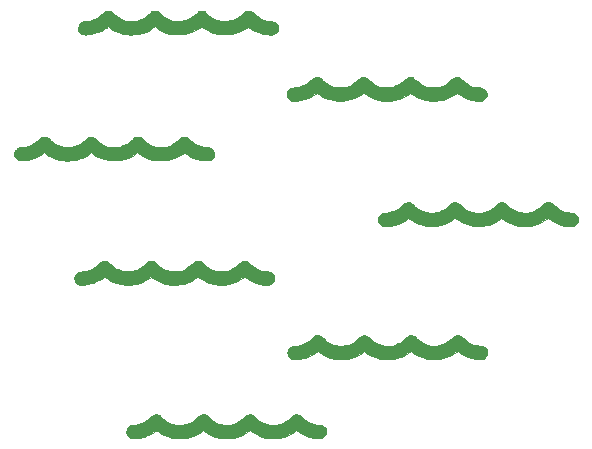
<source format=gbr>
G04 #@! TF.GenerationSoftware,KiCad,Pcbnew,5.1.5+dfsg1-2build2*
G04 #@! TF.CreationDate,2021-05-19T21:24:38-04:00*
G04 #@! TF.ProjectId,ocean_tile_ore,6f636561-6e5f-4746-996c-655f6f72652e,rev?*
G04 #@! TF.SameCoordinates,Original*
G04 #@! TF.FileFunction,Copper,L1,Top*
G04 #@! TF.FilePolarity,Positive*
%FSLAX46Y46*%
G04 Gerber Fmt 4.6, Leading zero omitted, Abs format (unit mm)*
G04 Created by KiCad (PCBNEW 5.1.5+dfsg1-2build2) date 2021-05-19 21:24:38*
%MOMM*%
%LPD*%
G04 APERTURE LIST*
%ADD10C,0.010000*%
G04 APERTURE END LIST*
D10*
G36*
X634170Y-19203728D02*
G01*
X754210Y-19226183D01*
X862424Y-19273660D01*
X968499Y-19351473D01*
X1052810Y-19433284D01*
X1275535Y-19638507D01*
X1519688Y-19807504D01*
X1783436Y-19939421D01*
X2064947Y-20033402D01*
X2362389Y-20088592D01*
X2480273Y-20099286D01*
X2635060Y-20115210D01*
X2756937Y-20142473D01*
X2854566Y-20184416D01*
X2936609Y-20244386D01*
X2985396Y-20294291D01*
X3070753Y-20420613D01*
X3118581Y-20558315D01*
X3129053Y-20700571D01*
X3102345Y-20840553D01*
X3038631Y-20971435D01*
X2965798Y-21060385D01*
X2884051Y-21132067D01*
X2799828Y-21181795D01*
X2704065Y-21212189D01*
X2587700Y-21225865D01*
X2441668Y-21225441D01*
X2400932Y-21223518D01*
X2043990Y-21183850D01*
X1693804Y-21104427D01*
X1355476Y-20986966D01*
X1034109Y-20833184D01*
X784538Y-20679622D01*
X594088Y-20549180D01*
X398714Y-20679864D01*
X88497Y-20864501D01*
X-236121Y-21012091D01*
X-580882Y-21125046D01*
X-769456Y-21170774D01*
X-927245Y-21196329D01*
X-1113872Y-21212885D01*
X-1316942Y-21220440D01*
X-1524063Y-21218988D01*
X-1722842Y-21208528D01*
X-1900886Y-21189054D01*
X-2001618Y-21171133D01*
X-2340254Y-21082071D01*
X-2652942Y-20965508D01*
X-2948818Y-20817632D01*
X-3158210Y-20688540D01*
X-3365500Y-20550542D01*
X-3572790Y-20688540D01*
X-3870905Y-20866342D01*
X-4178667Y-21007781D01*
X-4504964Y-21116579D01*
X-4720166Y-21169210D01*
X-4869960Y-21193589D01*
X-5048204Y-21210289D01*
X-5242795Y-21219197D01*
X-5441629Y-21220197D01*
X-5632602Y-21213176D01*
X-5803612Y-21198020D01*
X-5915315Y-21180485D01*
X-6278000Y-21086934D01*
X-6626238Y-20954356D01*
X-6961695Y-20782006D01*
X-7286039Y-20569139D01*
X-7289939Y-20566286D01*
X-7320630Y-20568930D01*
X-7381044Y-20598222D01*
X-7468955Y-20653036D01*
X-7490655Y-20667654D01*
X-7804746Y-20856035D01*
X-8141342Y-21009177D01*
X-8498021Y-21126056D01*
X-8678333Y-21169552D01*
X-8842471Y-21196065D01*
X-9034683Y-21213107D01*
X-9242493Y-21220667D01*
X-9453422Y-21218736D01*
X-9654993Y-21207302D01*
X-9834728Y-21186354D01*
X-9920571Y-21170599D01*
X-10284237Y-21071296D01*
X-10628320Y-20934507D01*
X-10953236Y-20760057D01*
X-11062274Y-20690223D01*
X-11143156Y-20636418D01*
X-11209958Y-20592497D01*
X-11255575Y-20563096D01*
X-11272847Y-20552834D01*
X-11291362Y-20563858D01*
X-11337767Y-20593785D01*
X-11404822Y-20637896D01*
X-11476260Y-20685431D01*
X-11746032Y-20848342D01*
X-12024154Y-20983536D01*
X-12140932Y-21030546D01*
X-12311605Y-21087755D01*
X-12494177Y-21136579D01*
X-12681286Y-21176050D01*
X-12865569Y-21205199D01*
X-13039663Y-21223057D01*
X-13196205Y-21228655D01*
X-13327833Y-21221025D01*
X-13425960Y-21199638D01*
X-13568650Y-21129090D01*
X-13679543Y-21030597D01*
X-13758621Y-20904176D01*
X-13800295Y-20777107D01*
X-13810655Y-20644778D01*
X-13786797Y-20513024D01*
X-13733527Y-20389160D01*
X-13655650Y-20280498D01*
X-13557972Y-20194353D01*
X-13445300Y-20138036D01*
X-13369293Y-20121223D01*
X-13311323Y-20114801D01*
X-13224658Y-20105510D01*
X-13122718Y-20094778D01*
X-13051977Y-20087433D01*
X-12780015Y-20043572D01*
X-12528694Y-19968855D01*
X-12292526Y-19860629D01*
X-12066023Y-19716241D01*
X-11843699Y-19533041D01*
X-11779250Y-19472299D01*
X-11677562Y-19375969D01*
X-11596490Y-19306352D01*
X-11527798Y-19259186D01*
X-11463250Y-19230206D01*
X-11394608Y-19215150D01*
X-11313637Y-19209754D01*
X-11271250Y-19209341D01*
X-11185802Y-19211468D01*
X-11115556Y-19220583D01*
X-11052702Y-19240793D01*
X-10989431Y-19276202D01*
X-10917932Y-19330918D01*
X-10830395Y-19409044D01*
X-10753876Y-19481311D01*
X-10665860Y-19562617D01*
X-10576266Y-19640711D01*
X-10495649Y-19706657D01*
X-10435166Y-19751124D01*
X-10177215Y-19897043D01*
X-9907520Y-20004123D01*
X-9629698Y-20071846D01*
X-9347366Y-20099695D01*
X-9064141Y-20087154D01*
X-8783640Y-20033705D01*
X-8677914Y-20002363D01*
X-8463175Y-19921203D01*
X-8269511Y-19822898D01*
X-8086301Y-19700890D01*
X-7902925Y-19548618D01*
X-7824840Y-19475544D01*
X-7720812Y-19378127D01*
X-7636927Y-19307699D01*
X-7565250Y-19259565D01*
X-7497848Y-19229033D01*
X-7426787Y-19211406D01*
X-7365497Y-19203758D01*
X-7266105Y-19200755D01*
X-7177637Y-19213679D01*
X-7092428Y-19246209D01*
X-7002815Y-19302027D01*
X-6901134Y-19384811D01*
X-6806989Y-19471931D01*
X-6686347Y-19584840D01*
X-6583901Y-19673325D01*
X-6489627Y-19744519D01*
X-6393500Y-19805555D01*
X-6285495Y-19863563D01*
X-6195022Y-19907330D01*
X-5989949Y-19993061D01*
X-5794608Y-20050553D01*
X-5593495Y-20083220D01*
X-5371107Y-20094475D01*
X-5344583Y-20094553D01*
X-5053429Y-20076590D01*
X-4781079Y-20022557D01*
X-4524544Y-19931191D01*
X-4280836Y-19801231D01*
X-4046965Y-19631415D01*
X-3871939Y-19472931D01*
X-3765650Y-19372356D01*
X-3677529Y-19300113D01*
X-3599348Y-19251439D01*
X-3522880Y-19221572D01*
X-3439895Y-19205748D01*
X-3404626Y-19202402D01*
X-3302211Y-19201018D01*
X-3211967Y-19216270D01*
X-3125693Y-19252098D01*
X-3035188Y-19312441D01*
X-2932249Y-19401239D01*
X-2873660Y-19457435D01*
X-2642870Y-19661465D01*
X-2406553Y-19824553D01*
X-2161625Y-19948019D01*
X-1905002Y-20033184D01*
X-1633601Y-20081368D01*
X-1386416Y-20094235D01*
X-1101902Y-20077176D01*
X-835419Y-20025017D01*
X-583544Y-19936287D01*
X-342851Y-19809517D01*
X-109917Y-19643236D01*
X97532Y-19456999D01*
X211101Y-19351378D01*
X308742Y-19276766D01*
X398572Y-19229330D01*
X488711Y-19205239D01*
X587278Y-19200661D01*
X634170Y-19203728D01*
G37*
X634170Y-19203728D02*
X754210Y-19226183D01*
X862424Y-19273660D01*
X968499Y-19351473D01*
X1052810Y-19433284D01*
X1275535Y-19638507D01*
X1519688Y-19807504D01*
X1783436Y-19939421D01*
X2064947Y-20033402D01*
X2362389Y-20088592D01*
X2480273Y-20099286D01*
X2635060Y-20115210D01*
X2756937Y-20142473D01*
X2854566Y-20184416D01*
X2936609Y-20244386D01*
X2985396Y-20294291D01*
X3070753Y-20420613D01*
X3118581Y-20558315D01*
X3129053Y-20700571D01*
X3102345Y-20840553D01*
X3038631Y-20971435D01*
X2965798Y-21060385D01*
X2884051Y-21132067D01*
X2799828Y-21181795D01*
X2704065Y-21212189D01*
X2587700Y-21225865D01*
X2441668Y-21225441D01*
X2400932Y-21223518D01*
X2043990Y-21183850D01*
X1693804Y-21104427D01*
X1355476Y-20986966D01*
X1034109Y-20833184D01*
X784538Y-20679622D01*
X594088Y-20549180D01*
X398714Y-20679864D01*
X88497Y-20864501D01*
X-236121Y-21012091D01*
X-580882Y-21125046D01*
X-769456Y-21170774D01*
X-927245Y-21196329D01*
X-1113872Y-21212885D01*
X-1316942Y-21220440D01*
X-1524063Y-21218988D01*
X-1722842Y-21208528D01*
X-1900886Y-21189054D01*
X-2001618Y-21171133D01*
X-2340254Y-21082071D01*
X-2652942Y-20965508D01*
X-2948818Y-20817632D01*
X-3158210Y-20688540D01*
X-3365500Y-20550542D01*
X-3572790Y-20688540D01*
X-3870905Y-20866342D01*
X-4178667Y-21007781D01*
X-4504964Y-21116579D01*
X-4720166Y-21169210D01*
X-4869960Y-21193589D01*
X-5048204Y-21210289D01*
X-5242795Y-21219197D01*
X-5441629Y-21220197D01*
X-5632602Y-21213176D01*
X-5803612Y-21198020D01*
X-5915315Y-21180485D01*
X-6278000Y-21086934D01*
X-6626238Y-20954356D01*
X-6961695Y-20782006D01*
X-7286039Y-20569139D01*
X-7289939Y-20566286D01*
X-7320630Y-20568930D01*
X-7381044Y-20598222D01*
X-7468955Y-20653036D01*
X-7490655Y-20667654D01*
X-7804746Y-20856035D01*
X-8141342Y-21009177D01*
X-8498021Y-21126056D01*
X-8678333Y-21169552D01*
X-8842471Y-21196065D01*
X-9034683Y-21213107D01*
X-9242493Y-21220667D01*
X-9453422Y-21218736D01*
X-9654993Y-21207302D01*
X-9834728Y-21186354D01*
X-9920571Y-21170599D01*
X-10284237Y-21071296D01*
X-10628320Y-20934507D01*
X-10953236Y-20760057D01*
X-11062274Y-20690223D01*
X-11143156Y-20636418D01*
X-11209958Y-20592497D01*
X-11255575Y-20563096D01*
X-11272847Y-20552834D01*
X-11291362Y-20563858D01*
X-11337767Y-20593785D01*
X-11404822Y-20637896D01*
X-11476260Y-20685431D01*
X-11746032Y-20848342D01*
X-12024154Y-20983536D01*
X-12140932Y-21030546D01*
X-12311605Y-21087755D01*
X-12494177Y-21136579D01*
X-12681286Y-21176050D01*
X-12865569Y-21205199D01*
X-13039663Y-21223057D01*
X-13196205Y-21228655D01*
X-13327833Y-21221025D01*
X-13425960Y-21199638D01*
X-13568650Y-21129090D01*
X-13679543Y-21030597D01*
X-13758621Y-20904176D01*
X-13800295Y-20777107D01*
X-13810655Y-20644778D01*
X-13786797Y-20513024D01*
X-13733527Y-20389160D01*
X-13655650Y-20280498D01*
X-13557972Y-20194353D01*
X-13445300Y-20138036D01*
X-13369293Y-20121223D01*
X-13311323Y-20114801D01*
X-13224658Y-20105510D01*
X-13122718Y-20094778D01*
X-13051977Y-20087433D01*
X-12780015Y-20043572D01*
X-12528694Y-19968855D01*
X-12292526Y-19860629D01*
X-12066023Y-19716241D01*
X-11843699Y-19533041D01*
X-11779250Y-19472299D01*
X-11677562Y-19375969D01*
X-11596490Y-19306352D01*
X-11527798Y-19259186D01*
X-11463250Y-19230206D01*
X-11394608Y-19215150D01*
X-11313637Y-19209754D01*
X-11271250Y-19209341D01*
X-11185802Y-19211468D01*
X-11115556Y-19220583D01*
X-11052702Y-19240793D01*
X-10989431Y-19276202D01*
X-10917932Y-19330918D01*
X-10830395Y-19409044D01*
X-10753876Y-19481311D01*
X-10665860Y-19562617D01*
X-10576266Y-19640711D01*
X-10495649Y-19706657D01*
X-10435166Y-19751124D01*
X-10177215Y-19897043D01*
X-9907520Y-20004123D01*
X-9629698Y-20071846D01*
X-9347366Y-20099695D01*
X-9064141Y-20087154D01*
X-8783640Y-20033705D01*
X-8677914Y-20002363D01*
X-8463175Y-19921203D01*
X-8269511Y-19822898D01*
X-8086301Y-19700890D01*
X-7902925Y-19548618D01*
X-7824840Y-19475544D01*
X-7720812Y-19378127D01*
X-7636927Y-19307699D01*
X-7565250Y-19259565D01*
X-7497848Y-19229033D01*
X-7426787Y-19211406D01*
X-7365497Y-19203758D01*
X-7266105Y-19200755D01*
X-7177637Y-19213679D01*
X-7092428Y-19246209D01*
X-7002815Y-19302027D01*
X-6901134Y-19384811D01*
X-6806989Y-19471931D01*
X-6686347Y-19584840D01*
X-6583901Y-19673325D01*
X-6489627Y-19744519D01*
X-6393500Y-19805555D01*
X-6285495Y-19863563D01*
X-6195022Y-19907330D01*
X-5989949Y-19993061D01*
X-5794608Y-20050553D01*
X-5593495Y-20083220D01*
X-5371107Y-20094475D01*
X-5344583Y-20094553D01*
X-5053429Y-20076590D01*
X-4781079Y-20022557D01*
X-4524544Y-19931191D01*
X-4280836Y-19801231D01*
X-4046965Y-19631415D01*
X-3871939Y-19472931D01*
X-3765650Y-19372356D01*
X-3677529Y-19300113D01*
X-3599348Y-19251439D01*
X-3522880Y-19221572D01*
X-3439895Y-19205748D01*
X-3404626Y-19202402D01*
X-3302211Y-19201018D01*
X-3211967Y-19216270D01*
X-3125693Y-19252098D01*
X-3035188Y-19312441D01*
X-2932249Y-19401239D01*
X-2873660Y-19457435D01*
X-2642870Y-19661465D01*
X-2406553Y-19824553D01*
X-2161625Y-19948019D01*
X-1905002Y-20033184D01*
X-1633601Y-20081368D01*
X-1386416Y-20094235D01*
X-1101902Y-20077176D01*
X-835419Y-20025017D01*
X-583544Y-19936287D01*
X-342851Y-19809517D01*
X-109917Y-19643236D01*
X97532Y-19456999D01*
X211101Y-19351378D01*
X308742Y-19276766D01*
X398572Y-19229330D01*
X488711Y-19205239D01*
X587278Y-19200661D01*
X634170Y-19203728D01*
G36*
X6426558Y-12515944D02*
G01*
X6513638Y-12538224D01*
X6598467Y-12580764D01*
X6689438Y-12647990D01*
X6794945Y-12744325D01*
X6818850Y-12767791D01*
X7051009Y-12970860D01*
X7297928Y-13136282D01*
X7556814Y-13263564D01*
X7824873Y-13352212D01*
X8099311Y-13401731D01*
X8377334Y-13411628D01*
X8656151Y-13381409D01*
X8932966Y-13310579D01*
X9204988Y-13198644D01*
X9218084Y-13192125D01*
X9328741Y-13133682D01*
X9424645Y-13075268D01*
X9515849Y-13009469D01*
X9612404Y-12928874D01*
X9724363Y-12826069D01*
X9758337Y-12793733D01*
X9863439Y-12695587D01*
X9947841Y-12624138D01*
X10019438Y-12574874D01*
X10086130Y-12543280D01*
X10155814Y-12524841D01*
X10236387Y-12515044D01*
X10247348Y-12514221D01*
X10374126Y-12517689D01*
X10489304Y-12549816D01*
X10600676Y-12614172D01*
X10716038Y-12714329D01*
X10742084Y-12740852D01*
X10967270Y-12946662D01*
X11213204Y-13117522D01*
X11476542Y-13251441D01*
X11753944Y-13346426D01*
X11760797Y-13348224D01*
X11970398Y-13388300D01*
X12196648Y-13406251D01*
X12423963Y-13401886D01*
X12636757Y-13375013D01*
X12706498Y-13359868D01*
X12970516Y-13279129D01*
X13210875Y-13170843D01*
X13435351Y-13030612D01*
X13651721Y-12854040D01*
X13726584Y-12783224D01*
X13840296Y-12677341D01*
X13936804Y-12601392D01*
X14023937Y-12551171D01*
X14109524Y-12522476D01*
X14201394Y-12511100D01*
X14234584Y-12510430D01*
X14329331Y-12516929D01*
X14415507Y-12539214D01*
X14500941Y-12581467D01*
X14593461Y-12647870D01*
X14700897Y-12742605D01*
X14741286Y-12781116D01*
X14830146Y-12863708D01*
X14923800Y-12945250D01*
X15010126Y-13015465D01*
X15068087Y-13058160D01*
X15310677Y-13197803D01*
X15576213Y-13304449D01*
X15858903Y-13376184D01*
X16132773Y-13409929D01*
X16305396Y-13430011D01*
X16443454Y-13467636D01*
X16551664Y-13524568D01*
X16628793Y-13595373D01*
X16713827Y-13725746D01*
X16760704Y-13865369D01*
X16770634Y-14007928D01*
X16744828Y-14147110D01*
X16684496Y-14276599D01*
X16590850Y-14390081D01*
X16465101Y-14481244D01*
X16458203Y-14484990D01*
X16417953Y-14504189D01*
X16375978Y-14517053D01*
X16323034Y-14524693D01*
X16249877Y-14528222D01*
X16147262Y-14528749D01*
X16097250Y-14528381D01*
X15771660Y-14506763D01*
X15452252Y-14447227D01*
X15134604Y-14348622D01*
X14814291Y-14209799D01*
X14753167Y-14178988D01*
X14644603Y-14120542D01*
X14534822Y-14057127D01*
X14437460Y-13996853D01*
X14372654Y-13952682D01*
X14235557Y-13851741D01*
X14082655Y-13961443D01*
X13825654Y-14123875D01*
X13538710Y-14265586D01*
X13230679Y-14382784D01*
X12910420Y-14471678D01*
X12869334Y-14480747D01*
X12702898Y-14507636D01*
X12508925Y-14524686D01*
X12300138Y-14531881D01*
X12089258Y-14529202D01*
X11889009Y-14516632D01*
X11712112Y-14494155D01*
X11650882Y-14482416D01*
X11286653Y-14384636D01*
X10946943Y-14253338D01*
X10628974Y-14087363D01*
X10482183Y-13994315D01*
X10403572Y-13941907D01*
X10338825Y-13899589D01*
X10295380Y-13872169D01*
X10280775Y-13864167D01*
X10261158Y-13875226D01*
X10213662Y-13905304D01*
X10145508Y-13949750D01*
X10067441Y-14001556D01*
X9752673Y-14186664D01*
X9416999Y-14335493D01*
X9062986Y-14446998D01*
X8868834Y-14490598D01*
X8713879Y-14512797D01*
X8530685Y-14526321D01*
X8331869Y-14531267D01*
X8130048Y-14527733D01*
X7937838Y-14515814D01*
X7767856Y-14495609D01*
X7690956Y-14481544D01*
X7330550Y-14385121D01*
X6992071Y-14253635D01*
X6671297Y-14085316D01*
X6525517Y-13993024D01*
X6446643Y-13940917D01*
X6381214Y-13898913D01*
X6336867Y-13871841D01*
X6321556Y-13864167D01*
X6300532Y-13875720D01*
X6253484Y-13906721D01*
X6188597Y-13951682D01*
X6149440Y-13979535D01*
X5945374Y-14109267D01*
X5711551Y-14229493D01*
X5460321Y-14335110D01*
X5204030Y-14421013D01*
X4955028Y-14482097D01*
X4916145Y-14489323D01*
X4548963Y-14533532D01*
X4186337Y-14535772D01*
X3829075Y-14496238D01*
X3477986Y-14415128D01*
X3133877Y-14292639D01*
X2797556Y-14128968D01*
X2469833Y-13924312D01*
X2402967Y-13876718D01*
X2373293Y-13877964D01*
X2314819Y-13905049D01*
X2226160Y-13958672D01*
X2178952Y-13989701D01*
X1862159Y-14177663D01*
X1532472Y-14327021D01*
X1192774Y-14436815D01*
X845947Y-14506082D01*
X551437Y-14532236D01*
X424035Y-14535046D01*
X328298Y-14531735D01*
X253904Y-14521597D01*
X204048Y-14508496D01*
X86684Y-14449746D01*
X-15720Y-14358566D01*
X-96780Y-14243982D01*
X-150112Y-14115020D01*
X-169333Y-13980706D01*
X-169333Y-13980584D01*
X-152095Y-13856130D01*
X-105276Y-13729585D01*
X-36215Y-13619568D01*
X-19264Y-13599971D01*
X61860Y-13526376D01*
X154329Y-13473423D01*
X266947Y-13437742D01*
X408517Y-13415965D01*
X476250Y-13410321D01*
X716205Y-13383912D01*
X932579Y-13337566D01*
X1140715Y-13267985D01*
X1143000Y-13267085D01*
X1320991Y-13188065D01*
X1483606Y-13095710D01*
X1640519Y-12983369D01*
X1801405Y-12844389D01*
X1908678Y-12740641D01*
X2018073Y-12639843D01*
X2115831Y-12571174D01*
X2211261Y-12529977D01*
X2313674Y-12511593D01*
X2370667Y-12509500D01*
X2465043Y-12515446D01*
X2550114Y-12536059D01*
X2633728Y-12575502D01*
X2723737Y-12637937D01*
X2827988Y-12727527D01*
X2887857Y-12783756D01*
X3006135Y-12894568D01*
X3105741Y-12981078D01*
X3196335Y-13050438D01*
X3287581Y-13109801D01*
X3389140Y-13166317D01*
X3439584Y-13192125D01*
X3687348Y-13296202D01*
X3947631Y-13367941D01*
X4211166Y-13405614D01*
X4468686Y-13407494D01*
X4553304Y-13399663D01*
X4726586Y-13374394D01*
X4875413Y-13341079D01*
X5017562Y-13294584D01*
X5170810Y-13229780D01*
X5217584Y-13207914D01*
X5341735Y-13146314D01*
X5446145Y-13087178D01*
X5540984Y-13023213D01*
X5636419Y-12947127D01*
X5742619Y-12851627D01*
X5827942Y-12770160D01*
X5940751Y-12666604D01*
X6037126Y-12593093D01*
X6125359Y-12545313D01*
X6213743Y-12518949D01*
X6310569Y-12509685D01*
X6328833Y-12509500D01*
X6426558Y-12515944D01*
G37*
X6426558Y-12515944D02*
X6513638Y-12538224D01*
X6598467Y-12580764D01*
X6689438Y-12647990D01*
X6794945Y-12744325D01*
X6818850Y-12767791D01*
X7051009Y-12970860D01*
X7297928Y-13136282D01*
X7556814Y-13263564D01*
X7824873Y-13352212D01*
X8099311Y-13401731D01*
X8377334Y-13411628D01*
X8656151Y-13381409D01*
X8932966Y-13310579D01*
X9204988Y-13198644D01*
X9218084Y-13192125D01*
X9328741Y-13133682D01*
X9424645Y-13075268D01*
X9515849Y-13009469D01*
X9612404Y-12928874D01*
X9724363Y-12826069D01*
X9758337Y-12793733D01*
X9863439Y-12695587D01*
X9947841Y-12624138D01*
X10019438Y-12574874D01*
X10086130Y-12543280D01*
X10155814Y-12524841D01*
X10236387Y-12515044D01*
X10247348Y-12514221D01*
X10374126Y-12517689D01*
X10489304Y-12549816D01*
X10600676Y-12614172D01*
X10716038Y-12714329D01*
X10742084Y-12740852D01*
X10967270Y-12946662D01*
X11213204Y-13117522D01*
X11476542Y-13251441D01*
X11753944Y-13346426D01*
X11760797Y-13348224D01*
X11970398Y-13388300D01*
X12196648Y-13406251D01*
X12423963Y-13401886D01*
X12636757Y-13375013D01*
X12706498Y-13359868D01*
X12970516Y-13279129D01*
X13210875Y-13170843D01*
X13435351Y-13030612D01*
X13651721Y-12854040D01*
X13726584Y-12783224D01*
X13840296Y-12677341D01*
X13936804Y-12601392D01*
X14023937Y-12551171D01*
X14109524Y-12522476D01*
X14201394Y-12511100D01*
X14234584Y-12510430D01*
X14329331Y-12516929D01*
X14415507Y-12539214D01*
X14500941Y-12581467D01*
X14593461Y-12647870D01*
X14700897Y-12742605D01*
X14741286Y-12781116D01*
X14830146Y-12863708D01*
X14923800Y-12945250D01*
X15010126Y-13015465D01*
X15068087Y-13058160D01*
X15310677Y-13197803D01*
X15576213Y-13304449D01*
X15858903Y-13376184D01*
X16132773Y-13409929D01*
X16305396Y-13430011D01*
X16443454Y-13467636D01*
X16551664Y-13524568D01*
X16628793Y-13595373D01*
X16713827Y-13725746D01*
X16760704Y-13865369D01*
X16770634Y-14007928D01*
X16744828Y-14147110D01*
X16684496Y-14276599D01*
X16590850Y-14390081D01*
X16465101Y-14481244D01*
X16458203Y-14484990D01*
X16417953Y-14504189D01*
X16375978Y-14517053D01*
X16323034Y-14524693D01*
X16249877Y-14528222D01*
X16147262Y-14528749D01*
X16097250Y-14528381D01*
X15771660Y-14506763D01*
X15452252Y-14447227D01*
X15134604Y-14348622D01*
X14814291Y-14209799D01*
X14753167Y-14178988D01*
X14644603Y-14120542D01*
X14534822Y-14057127D01*
X14437460Y-13996853D01*
X14372654Y-13952682D01*
X14235557Y-13851741D01*
X14082655Y-13961443D01*
X13825654Y-14123875D01*
X13538710Y-14265586D01*
X13230679Y-14382784D01*
X12910420Y-14471678D01*
X12869334Y-14480747D01*
X12702898Y-14507636D01*
X12508925Y-14524686D01*
X12300138Y-14531881D01*
X12089258Y-14529202D01*
X11889009Y-14516632D01*
X11712112Y-14494155D01*
X11650882Y-14482416D01*
X11286653Y-14384636D01*
X10946943Y-14253338D01*
X10628974Y-14087363D01*
X10482183Y-13994315D01*
X10403572Y-13941907D01*
X10338825Y-13899589D01*
X10295380Y-13872169D01*
X10280775Y-13864167D01*
X10261158Y-13875226D01*
X10213662Y-13905304D01*
X10145508Y-13949750D01*
X10067441Y-14001556D01*
X9752673Y-14186664D01*
X9416999Y-14335493D01*
X9062986Y-14446998D01*
X8868834Y-14490598D01*
X8713879Y-14512797D01*
X8530685Y-14526321D01*
X8331869Y-14531267D01*
X8130048Y-14527733D01*
X7937838Y-14515814D01*
X7767856Y-14495609D01*
X7690956Y-14481544D01*
X7330550Y-14385121D01*
X6992071Y-14253635D01*
X6671297Y-14085316D01*
X6525517Y-13993024D01*
X6446643Y-13940917D01*
X6381214Y-13898913D01*
X6336867Y-13871841D01*
X6321556Y-13864167D01*
X6300532Y-13875720D01*
X6253484Y-13906721D01*
X6188597Y-13951682D01*
X6149440Y-13979535D01*
X5945374Y-14109267D01*
X5711551Y-14229493D01*
X5460321Y-14335110D01*
X5204030Y-14421013D01*
X4955028Y-14482097D01*
X4916145Y-14489323D01*
X4548963Y-14533532D01*
X4186337Y-14535772D01*
X3829075Y-14496238D01*
X3477986Y-14415128D01*
X3133877Y-14292639D01*
X2797556Y-14128968D01*
X2469833Y-13924312D01*
X2402967Y-13876718D01*
X2373293Y-13877964D01*
X2314819Y-13905049D01*
X2226160Y-13958672D01*
X2178952Y-13989701D01*
X1862159Y-14177663D01*
X1532472Y-14327021D01*
X1192774Y-14436815D01*
X845947Y-14506082D01*
X551437Y-14532236D01*
X424035Y-14535046D01*
X328298Y-14531735D01*
X253904Y-14521597D01*
X204048Y-14508496D01*
X86684Y-14449746D01*
X-15720Y-14358566D01*
X-96780Y-14243982D01*
X-150112Y-14115020D01*
X-169333Y-13980706D01*
X-169333Y-13980584D01*
X-152095Y-13856130D01*
X-105276Y-13729585D01*
X-36215Y-13619568D01*
X-19264Y-13599971D01*
X61860Y-13526376D01*
X154329Y-13473423D01*
X266947Y-13437742D01*
X408517Y-13415965D01*
X476250Y-13410321D01*
X716205Y-13383912D01*
X932579Y-13337566D01*
X1140715Y-13267985D01*
X1143000Y-13267085D01*
X1320991Y-13188065D01*
X1483606Y-13095710D01*
X1640519Y-12983369D01*
X1801405Y-12844389D01*
X1908678Y-12740641D01*
X2018073Y-12639843D01*
X2115831Y-12571174D01*
X2211261Y-12529977D01*
X2313674Y-12511593D01*
X2370667Y-12509500D01*
X2465043Y-12515446D01*
X2550114Y-12536059D01*
X2633728Y-12575502D01*
X2723737Y-12637937D01*
X2827988Y-12727527D01*
X2887857Y-12783756D01*
X3006135Y-12894568D01*
X3105741Y-12981078D01*
X3196335Y-13050438D01*
X3287581Y-13109801D01*
X3389140Y-13166317D01*
X3439584Y-13192125D01*
X3687348Y-13296202D01*
X3947631Y-13367941D01*
X4211166Y-13405614D01*
X4468686Y-13407494D01*
X4553304Y-13399663D01*
X4726586Y-13374394D01*
X4875413Y-13341079D01*
X5017562Y-13294584D01*
X5170810Y-13229780D01*
X5217584Y-13207914D01*
X5341735Y-13146314D01*
X5446145Y-13087178D01*
X5540984Y-13023213D01*
X5636419Y-12947127D01*
X5742619Y-12851627D01*
X5827942Y-12770160D01*
X5940751Y-12666604D01*
X6037126Y-12593093D01*
X6125359Y-12545313D01*
X6213743Y-12518949D01*
X6310569Y-12509685D01*
X6328833Y-12509500D01*
X6426558Y-12515944D01*
G36*
X-15533893Y-6224295D02*
G01*
X-15497025Y-6234646D01*
X-15444883Y-6253724D01*
X-15393216Y-6281995D01*
X-15334567Y-6324894D01*
X-15261476Y-6387854D01*
X-15170213Y-6472771D01*
X-15031467Y-6599782D01*
X-14907960Y-6701214D01*
X-14788777Y-6784773D01*
X-14663004Y-6858169D01*
X-14532367Y-6923212D01*
X-14342672Y-7001669D01*
X-14156778Y-7055152D01*
X-13961245Y-7086479D01*
X-13742634Y-7098466D01*
X-13694833Y-7098791D01*
X-13474241Y-7090756D01*
X-13279003Y-7064599D01*
X-13094902Y-7017237D01*
X-12907722Y-6945588D01*
X-12835082Y-6912421D01*
X-12716355Y-6853851D01*
X-12616212Y-6797886D01*
X-12525003Y-6737648D01*
X-12433078Y-6666254D01*
X-12330789Y-6576826D01*
X-12221778Y-6475127D01*
X-12127351Y-6387228D01*
X-12054678Y-6324645D01*
X-11996379Y-6281986D01*
X-11945072Y-6253857D01*
X-11893374Y-6234864D01*
X-11892641Y-6234646D01*
X-11780124Y-6208466D01*
X-11681347Y-6205093D01*
X-11574874Y-6224545D01*
X-11537796Y-6234961D01*
X-11485808Y-6253800D01*
X-11435069Y-6281245D01*
X-11378081Y-6322788D01*
X-11307343Y-6383921D01*
X-11215353Y-6470138D01*
X-11211163Y-6474150D01*
X-11123435Y-6556214D01*
X-11036878Y-6633716D01*
X-10960639Y-6698681D01*
X-10903865Y-6743138D01*
X-10897115Y-6747872D01*
X-10664240Y-6883779D01*
X-10411092Y-6989304D01*
X-10145789Y-7062450D01*
X-9876450Y-7101223D01*
X-9611193Y-7103625D01*
X-9495858Y-7092380D01*
X-9219944Y-7038653D01*
X-8963539Y-6952310D01*
X-8721781Y-6830915D01*
X-8489805Y-6672029D01*
X-8265583Y-6475966D01*
X-8163451Y-6379335D01*
X-8081915Y-6309558D01*
X-8012881Y-6262358D01*
X-7948255Y-6233459D01*
X-7879944Y-6218585D01*
X-7799854Y-6213461D01*
X-7768166Y-6213180D01*
X-7672005Y-6217084D01*
X-7591068Y-6231874D01*
X-7516705Y-6262009D01*
X-7440270Y-6311951D01*
X-7353115Y-6386159D01*
X-7260973Y-6474791D01*
X-7027760Y-6678996D01*
X-6778778Y-6844238D01*
X-6512313Y-6971487D01*
X-6226651Y-7061712D01*
X-6220973Y-7063087D01*
X-6088522Y-7085591D01*
X-5929405Y-7098042D01*
X-5757398Y-7100601D01*
X-5586279Y-7093427D01*
X-5429823Y-7076679D01*
X-5309120Y-7052534D01*
X-5043877Y-6965599D01*
X-4805050Y-6853184D01*
X-4583539Y-6710070D01*
X-4370238Y-6531033D01*
X-4325636Y-6488382D01*
X-4219601Y-6387767D01*
X-4133545Y-6314727D01*
X-4059519Y-6265022D01*
X-3989573Y-6234413D01*
X-3915758Y-6218660D01*
X-3830126Y-6213524D01*
X-3810000Y-6213398D01*
X-3717435Y-6217196D01*
X-3639027Y-6231498D01*
X-3566483Y-6260667D01*
X-3491513Y-6309066D01*
X-3405824Y-6381059D01*
X-3301126Y-6481007D01*
X-3300773Y-6481356D01*
X-3079630Y-6676554D01*
X-2849210Y-6833206D01*
X-2604657Y-6953496D01*
X-2341116Y-7039605D01*
X-2053728Y-7093715D01*
X-1903443Y-7109153D01*
X-1768761Y-7122421D01*
X-1666381Y-7140530D01*
X-1586293Y-7166926D01*
X-1518488Y-7205057D01*
X-1452956Y-7258371D01*
X-1442770Y-7267828D01*
X-1362516Y-7357413D01*
X-1312138Y-7452223D01*
X-1286802Y-7564383D01*
X-1281316Y-7672917D01*
X-1290207Y-7806716D01*
X-1320194Y-7913882D01*
X-1376249Y-8006922D01*
X-1442770Y-8079178D01*
X-1536517Y-8153366D01*
X-1639786Y-8201393D01*
X-1762980Y-8226833D01*
X-1891700Y-8233369D01*
X-2199501Y-8214963D01*
X-2515407Y-8159955D01*
X-2831419Y-8070889D01*
X-3139537Y-7950314D01*
X-3431762Y-7800776D01*
X-3616964Y-7684087D01*
X-3805797Y-7554752D01*
X-3979263Y-7672869D01*
X-4282653Y-7855363D01*
X-4609390Y-8007192D01*
X-4949836Y-8124226D01*
X-5150095Y-8174604D01*
X-5298575Y-8198987D01*
X-5475973Y-8215527D01*
X-5670849Y-8224212D01*
X-5871763Y-8225033D01*
X-6067273Y-8217979D01*
X-6245940Y-8203041D01*
X-6396323Y-8180207D01*
X-6417368Y-8175738D01*
X-6775972Y-8076739D01*
X-7111254Y-7944293D01*
X-7428479Y-7776173D01*
X-7559359Y-7693217D01*
X-7765131Y-7556229D01*
X-7966503Y-7692759D01*
X-8273516Y-7875705D01*
X-8598553Y-8021784D01*
X-8937662Y-8130308D01*
X-9286889Y-8200592D01*
X-9642283Y-8231950D01*
X-9999890Y-8223696D01*
X-10355759Y-8175145D01*
X-10526137Y-8136986D01*
X-10801064Y-8052579D01*
X-11074139Y-7941002D01*
X-11332817Y-7808126D01*
X-11564548Y-7659821D01*
X-11597287Y-7635801D01*
X-11671735Y-7585527D01*
X-11720242Y-7565919D01*
X-11739019Y-7569239D01*
X-11984481Y-7731809D01*
X-12213285Y-7865308D01*
X-12434876Y-7973993D01*
X-12658699Y-8062121D01*
X-12894200Y-8133949D01*
X-13102166Y-8183566D01*
X-13222783Y-8202414D01*
X-13374389Y-8215544D01*
X-13546029Y-8222949D01*
X-13726745Y-8224619D01*
X-13905582Y-8220547D01*
X-14071582Y-8210724D01*
X-14213790Y-8195141D01*
X-14276149Y-8184467D01*
X-14639989Y-8090700D01*
X-14983037Y-7960441D01*
X-15307331Y-7792849D01*
X-15465393Y-7693242D01*
X-15557813Y-7633969D01*
X-15630986Y-7592442D01*
X-15679596Y-7571474D01*
X-15696647Y-7570863D01*
X-15894755Y-7708757D01*
X-16117994Y-7840884D01*
X-16349333Y-7957663D01*
X-16497574Y-8021435D01*
X-16657681Y-8077936D01*
X-16832557Y-8127353D01*
X-17014979Y-8168690D01*
X-17197723Y-8200949D01*
X-17373569Y-8223135D01*
X-17535293Y-8234252D01*
X-17675672Y-8233303D01*
X-17787484Y-8219292D01*
X-17833907Y-8205765D01*
X-17974610Y-8131459D01*
X-18085122Y-8029480D01*
X-18116837Y-7986539D01*
X-18166077Y-7899121D01*
X-18193593Y-7811867D01*
X-18202430Y-7710476D01*
X-18197806Y-7605939D01*
X-18166637Y-7463334D01*
X-18100469Y-7339472D01*
X-18004046Y-7238513D01*
X-17882111Y-7164622D01*
X-17739410Y-7121960D01*
X-17635888Y-7112929D01*
X-17490079Y-7103895D01*
X-17325165Y-7080996D01*
X-17160829Y-7047322D01*
X-17078067Y-7025398D01*
X-16875633Y-6955577D01*
X-16688909Y-6866807D01*
X-16509280Y-6753823D01*
X-16328133Y-6611357D01*
X-16180646Y-6476768D01*
X-16087493Y-6388987D01*
X-16015987Y-6326532D01*
X-15958709Y-6283946D01*
X-15908243Y-6255775D01*
X-15857172Y-6236563D01*
X-15851870Y-6234961D01*
X-15738823Y-6208581D01*
X-15639977Y-6205032D01*
X-15533893Y-6224295D01*
G37*
X-15533893Y-6224295D02*
X-15497025Y-6234646D01*
X-15444883Y-6253724D01*
X-15393216Y-6281995D01*
X-15334567Y-6324894D01*
X-15261476Y-6387854D01*
X-15170213Y-6472771D01*
X-15031467Y-6599782D01*
X-14907960Y-6701214D01*
X-14788777Y-6784773D01*
X-14663004Y-6858169D01*
X-14532367Y-6923212D01*
X-14342672Y-7001669D01*
X-14156778Y-7055152D01*
X-13961245Y-7086479D01*
X-13742634Y-7098466D01*
X-13694833Y-7098791D01*
X-13474241Y-7090756D01*
X-13279003Y-7064599D01*
X-13094902Y-7017237D01*
X-12907722Y-6945588D01*
X-12835082Y-6912421D01*
X-12716355Y-6853851D01*
X-12616212Y-6797886D01*
X-12525003Y-6737648D01*
X-12433078Y-6666254D01*
X-12330789Y-6576826D01*
X-12221778Y-6475127D01*
X-12127351Y-6387228D01*
X-12054678Y-6324645D01*
X-11996379Y-6281986D01*
X-11945072Y-6253857D01*
X-11893374Y-6234864D01*
X-11892641Y-6234646D01*
X-11780124Y-6208466D01*
X-11681347Y-6205093D01*
X-11574874Y-6224545D01*
X-11537796Y-6234961D01*
X-11485808Y-6253800D01*
X-11435069Y-6281245D01*
X-11378081Y-6322788D01*
X-11307343Y-6383921D01*
X-11215353Y-6470138D01*
X-11211163Y-6474150D01*
X-11123435Y-6556214D01*
X-11036878Y-6633716D01*
X-10960639Y-6698681D01*
X-10903865Y-6743138D01*
X-10897115Y-6747872D01*
X-10664240Y-6883779D01*
X-10411092Y-6989304D01*
X-10145789Y-7062450D01*
X-9876450Y-7101223D01*
X-9611193Y-7103625D01*
X-9495858Y-7092380D01*
X-9219944Y-7038653D01*
X-8963539Y-6952310D01*
X-8721781Y-6830915D01*
X-8489805Y-6672029D01*
X-8265583Y-6475966D01*
X-8163451Y-6379335D01*
X-8081915Y-6309558D01*
X-8012881Y-6262358D01*
X-7948255Y-6233459D01*
X-7879944Y-6218585D01*
X-7799854Y-6213461D01*
X-7768166Y-6213180D01*
X-7672005Y-6217084D01*
X-7591068Y-6231874D01*
X-7516705Y-6262009D01*
X-7440270Y-6311951D01*
X-7353115Y-6386159D01*
X-7260973Y-6474791D01*
X-7027760Y-6678996D01*
X-6778778Y-6844238D01*
X-6512313Y-6971487D01*
X-6226651Y-7061712D01*
X-6220973Y-7063087D01*
X-6088522Y-7085591D01*
X-5929405Y-7098042D01*
X-5757398Y-7100601D01*
X-5586279Y-7093427D01*
X-5429823Y-7076679D01*
X-5309120Y-7052534D01*
X-5043877Y-6965599D01*
X-4805050Y-6853184D01*
X-4583539Y-6710070D01*
X-4370238Y-6531033D01*
X-4325636Y-6488382D01*
X-4219601Y-6387767D01*
X-4133545Y-6314727D01*
X-4059519Y-6265022D01*
X-3989573Y-6234413D01*
X-3915758Y-6218660D01*
X-3830126Y-6213524D01*
X-3810000Y-6213398D01*
X-3717435Y-6217196D01*
X-3639027Y-6231498D01*
X-3566483Y-6260667D01*
X-3491513Y-6309066D01*
X-3405824Y-6381059D01*
X-3301126Y-6481007D01*
X-3300773Y-6481356D01*
X-3079630Y-6676554D01*
X-2849210Y-6833206D01*
X-2604657Y-6953496D01*
X-2341116Y-7039605D01*
X-2053728Y-7093715D01*
X-1903443Y-7109153D01*
X-1768761Y-7122421D01*
X-1666381Y-7140530D01*
X-1586293Y-7166926D01*
X-1518488Y-7205057D01*
X-1452956Y-7258371D01*
X-1442770Y-7267828D01*
X-1362516Y-7357413D01*
X-1312138Y-7452223D01*
X-1286802Y-7564383D01*
X-1281316Y-7672917D01*
X-1290207Y-7806716D01*
X-1320194Y-7913882D01*
X-1376249Y-8006922D01*
X-1442770Y-8079178D01*
X-1536517Y-8153366D01*
X-1639786Y-8201393D01*
X-1762980Y-8226833D01*
X-1891700Y-8233369D01*
X-2199501Y-8214963D01*
X-2515407Y-8159955D01*
X-2831419Y-8070889D01*
X-3139537Y-7950314D01*
X-3431762Y-7800776D01*
X-3616964Y-7684087D01*
X-3805797Y-7554752D01*
X-3979263Y-7672869D01*
X-4282653Y-7855363D01*
X-4609390Y-8007192D01*
X-4949836Y-8124226D01*
X-5150095Y-8174604D01*
X-5298575Y-8198987D01*
X-5475973Y-8215527D01*
X-5670849Y-8224212D01*
X-5871763Y-8225033D01*
X-6067273Y-8217979D01*
X-6245940Y-8203041D01*
X-6396323Y-8180207D01*
X-6417368Y-8175738D01*
X-6775972Y-8076739D01*
X-7111254Y-7944293D01*
X-7428479Y-7776173D01*
X-7559359Y-7693217D01*
X-7765131Y-7556229D01*
X-7966503Y-7692759D01*
X-8273516Y-7875705D01*
X-8598553Y-8021784D01*
X-8937662Y-8130308D01*
X-9286889Y-8200592D01*
X-9642283Y-8231950D01*
X-9999890Y-8223696D01*
X-10355759Y-8175145D01*
X-10526137Y-8136986D01*
X-10801064Y-8052579D01*
X-11074139Y-7941002D01*
X-11332817Y-7808126D01*
X-11564548Y-7659821D01*
X-11597287Y-7635801D01*
X-11671735Y-7585527D01*
X-11720242Y-7565919D01*
X-11739019Y-7569239D01*
X-11984481Y-7731809D01*
X-12213285Y-7865308D01*
X-12434876Y-7973993D01*
X-12658699Y-8062121D01*
X-12894200Y-8133949D01*
X-13102166Y-8183566D01*
X-13222783Y-8202414D01*
X-13374389Y-8215544D01*
X-13546029Y-8222949D01*
X-13726745Y-8224619D01*
X-13905582Y-8220547D01*
X-14071582Y-8210724D01*
X-14213790Y-8195141D01*
X-14276149Y-8184467D01*
X-14639989Y-8090700D01*
X-14983037Y-7960441D01*
X-15307331Y-7792849D01*
X-15465393Y-7693242D01*
X-15557813Y-7633969D01*
X-15630986Y-7592442D01*
X-15679596Y-7571474D01*
X-15696647Y-7570863D01*
X-15894755Y-7708757D01*
X-16117994Y-7840884D01*
X-16349333Y-7957663D01*
X-16497574Y-8021435D01*
X-16657681Y-8077936D01*
X-16832557Y-8127353D01*
X-17014979Y-8168690D01*
X-17197723Y-8200949D01*
X-17373569Y-8223135D01*
X-17535293Y-8234252D01*
X-17675672Y-8233303D01*
X-17787484Y-8219292D01*
X-17833907Y-8205765D01*
X-17974610Y-8131459D01*
X-18085122Y-8029480D01*
X-18116837Y-7986539D01*
X-18166077Y-7899121D01*
X-18193593Y-7811867D01*
X-18202430Y-7710476D01*
X-18197806Y-7605939D01*
X-18166637Y-7463334D01*
X-18100469Y-7339472D01*
X-18004046Y-7238513D01*
X-17882111Y-7164622D01*
X-17739410Y-7121960D01*
X-17635888Y-7112929D01*
X-17490079Y-7103895D01*
X-17325165Y-7080996D01*
X-17160829Y-7047322D01*
X-17078067Y-7025398D01*
X-16875633Y-6955577D01*
X-16688909Y-6866807D01*
X-16509280Y-6753823D01*
X-16328133Y-6611357D01*
X-16180646Y-6476768D01*
X-16087493Y-6388987D01*
X-16015987Y-6326532D01*
X-15958709Y-6283946D01*
X-15908243Y-6255775D01*
X-15857172Y-6236563D01*
X-15851870Y-6234961D01*
X-15738823Y-6208581D01*
X-15639977Y-6205032D01*
X-15533893Y-6224295D01*
G36*
X14103368Y-1247515D02*
G01*
X14195863Y-1272767D01*
X14287151Y-1320012D01*
X14385148Y-1393470D01*
X14497771Y-1497362D01*
X14513379Y-1512805D01*
X14739702Y-1713455D01*
X14975828Y-1873571D01*
X15224431Y-1994351D01*
X15488184Y-2076989D01*
X15769761Y-2122681D01*
X15896167Y-2131234D01*
X16189295Y-2124568D01*
X16467168Y-2079204D01*
X16731269Y-1994553D01*
X16983081Y-1870030D01*
X17224085Y-1705046D01*
X17430750Y-1523650D01*
X17544251Y-1417679D01*
X17639224Y-1340808D01*
X17723314Y-1288861D01*
X17804164Y-1257665D01*
X17889419Y-1243044D01*
X17949334Y-1240461D01*
X18077773Y-1251128D01*
X18190628Y-1288136D01*
X18297491Y-1356084D01*
X18407957Y-1459571D01*
X18409242Y-1460939D01*
X18606386Y-1644839D01*
X18829632Y-1807025D01*
X19069334Y-1941645D01*
X19315844Y-2042847D01*
X19420417Y-2074335D01*
X19593766Y-2109058D01*
X19789325Y-2129161D01*
X19990260Y-2133995D01*
X20179737Y-2122910D01*
X20284576Y-2107664D01*
X20526693Y-2049307D01*
X20748123Y-1967827D01*
X20956784Y-1859006D01*
X21160598Y-1718625D01*
X21367485Y-1542464D01*
X21396394Y-1515417D01*
X21504888Y-1415515D01*
X21592447Y-1342735D01*
X21666712Y-1292964D01*
X21735325Y-1262092D01*
X21805929Y-1246005D01*
X21886165Y-1240594D01*
X21907500Y-1240427D01*
X21998512Y-1244741D01*
X22076723Y-1260628D01*
X22150693Y-1292505D01*
X22228981Y-1344789D01*
X22320147Y-1421898D01*
X22395332Y-1492170D01*
X22617387Y-1687095D01*
X22837849Y-1843296D01*
X23062960Y-1963653D01*
X23298961Y-2051044D01*
X23552096Y-2108348D01*
X23791334Y-2135985D01*
X23955443Y-2153604D01*
X24085262Y-2182481D01*
X24188149Y-2226313D01*
X24271466Y-2288795D01*
X24342573Y-2373622D01*
X24379124Y-2431106D01*
X24409501Y-2488824D01*
X24427041Y-2543291D01*
X24435070Y-2609910D01*
X24436917Y-2698750D01*
X24428746Y-2831830D01*
X24400843Y-2938043D01*
X24348127Y-3030238D01*
X24272442Y-3114603D01*
X24208318Y-3170830D01*
X24144067Y-3211220D01*
X24071537Y-3237744D01*
X23982578Y-3252375D01*
X23869039Y-3257085D01*
X23722769Y-3253848D01*
X23700819Y-3252941D01*
X23345062Y-3217695D01*
X23002846Y-3142740D01*
X22672692Y-3027581D01*
X22353121Y-2871724D01*
X22108580Y-2720452D01*
X21907542Y-2584149D01*
X21752639Y-2695287D01*
X21511913Y-2847996D01*
X21241814Y-2983824D01*
X20953601Y-3097779D01*
X20658530Y-3184865D01*
X20637798Y-3189853D01*
X20464194Y-3221874D01*
X20262377Y-3244167D01*
X20045432Y-3256308D01*
X19826446Y-3257873D01*
X19618502Y-3248440D01*
X19440894Y-3228564D01*
X19102568Y-3155361D01*
X18768184Y-3042881D01*
X18445107Y-2894039D01*
X18146891Y-2715933D01*
X17944396Y-2579593D01*
X17899240Y-2621037D01*
X17814974Y-2687578D01*
X17699797Y-2763178D01*
X17562770Y-2842949D01*
X17412951Y-2922006D01*
X17259402Y-2995461D01*
X17111182Y-3058428D01*
X17036637Y-3086317D01*
X16869739Y-3141769D01*
X16717736Y-3183660D01*
X16569836Y-3213655D01*
X16415244Y-3233416D01*
X16243167Y-3244607D01*
X16042813Y-3248894D01*
X15980834Y-3249084D01*
X15811722Y-3248126D01*
X15676825Y-3244915D01*
X15568059Y-3238948D01*
X15477342Y-3229717D01*
X15396589Y-3216719D01*
X15367000Y-3210722D01*
X15053393Y-3127031D01*
X14743475Y-3012131D01*
X14448907Y-2870989D01*
X14181347Y-2708568D01*
X14171084Y-2701499D01*
X14092013Y-2647769D01*
X14039114Y-2615676D01*
X14004348Y-2601917D01*
X13979681Y-2603188D01*
X13959417Y-2614492D01*
X13672707Y-2803147D01*
X13391324Y-2955127D01*
X13108081Y-3074198D01*
X13031137Y-3100933D01*
X12879107Y-3149518D01*
X12746371Y-3186423D01*
X12622562Y-3213173D01*
X12497311Y-3231290D01*
X12360251Y-3242298D01*
X12201013Y-3247720D01*
X12022667Y-3249084D01*
X11866313Y-3248502D01*
X11743318Y-3246306D01*
X11644715Y-3241823D01*
X11561540Y-3234376D01*
X11484828Y-3223292D01*
X11405614Y-3207895D01*
X11369030Y-3199888D01*
X11047041Y-3111092D01*
X10738023Y-2993001D01*
X10450582Y-2849355D01*
X10211390Y-2696982D01*
X10054715Y-2584573D01*
X9854792Y-2718239D01*
X9547276Y-2900914D01*
X9226425Y-3047704D01*
X8896739Y-3157178D01*
X8562718Y-3227909D01*
X8228862Y-3258469D01*
X8149481Y-3259667D01*
X8044536Y-3258729D01*
X7970055Y-3254549D01*
X7914181Y-3245074D01*
X7865061Y-3228251D01*
X7810841Y-3202029D01*
X7808012Y-3200554D01*
X7700162Y-3125966D01*
X7610426Y-3028732D01*
X7549001Y-2920756D01*
X7536299Y-2883424D01*
X7513765Y-2733164D01*
X7527139Y-2585167D01*
X7574136Y-2448025D01*
X7652473Y-2330330D01*
X7694482Y-2288490D01*
X7762677Y-2235054D01*
X7832951Y-2196316D01*
X7915124Y-2169110D01*
X8019019Y-2150271D01*
X8154456Y-2136636D01*
X8169321Y-2135496D01*
X8464879Y-2096796D01*
X8735899Y-2025725D01*
X8987259Y-1920053D01*
X9223836Y-1777551D01*
X9450509Y-1595991D01*
X9544399Y-1507089D01*
X9655304Y-1402863D01*
X9749869Y-1328598D01*
X9836498Y-1279910D01*
X9923597Y-1252411D01*
X10019573Y-1241718D01*
X10054167Y-1241129D01*
X10142726Y-1246364D01*
X10222491Y-1264659D01*
X10300779Y-1300049D01*
X10384911Y-1356572D01*
X10482207Y-1438268D01*
X10583334Y-1533034D01*
X10817000Y-1733207D01*
X11061548Y-1892573D01*
X11317757Y-2011436D01*
X11586407Y-2090100D01*
X11868278Y-2128868D01*
X12117917Y-2130724D01*
X12403469Y-2100117D01*
X12668071Y-2035735D01*
X12915742Y-1935737D01*
X13150502Y-1798285D01*
X13376368Y-1621540D01*
X13512749Y-1492381D01*
X13627348Y-1385477D01*
X13729793Y-1311245D01*
X13828484Y-1265350D01*
X13931822Y-1243457D01*
X14001750Y-1240036D01*
X14103368Y-1247515D01*
G37*
X14103368Y-1247515D02*
X14195863Y-1272767D01*
X14287151Y-1320012D01*
X14385148Y-1393470D01*
X14497771Y-1497362D01*
X14513379Y-1512805D01*
X14739702Y-1713455D01*
X14975828Y-1873571D01*
X15224431Y-1994351D01*
X15488184Y-2076989D01*
X15769761Y-2122681D01*
X15896167Y-2131234D01*
X16189295Y-2124568D01*
X16467168Y-2079204D01*
X16731269Y-1994553D01*
X16983081Y-1870030D01*
X17224085Y-1705046D01*
X17430750Y-1523650D01*
X17544251Y-1417679D01*
X17639224Y-1340808D01*
X17723314Y-1288861D01*
X17804164Y-1257665D01*
X17889419Y-1243044D01*
X17949334Y-1240461D01*
X18077773Y-1251128D01*
X18190628Y-1288136D01*
X18297491Y-1356084D01*
X18407957Y-1459571D01*
X18409242Y-1460939D01*
X18606386Y-1644839D01*
X18829632Y-1807025D01*
X19069334Y-1941645D01*
X19315844Y-2042847D01*
X19420417Y-2074335D01*
X19593766Y-2109058D01*
X19789325Y-2129161D01*
X19990260Y-2133995D01*
X20179737Y-2122910D01*
X20284576Y-2107664D01*
X20526693Y-2049307D01*
X20748123Y-1967827D01*
X20956784Y-1859006D01*
X21160598Y-1718625D01*
X21367485Y-1542464D01*
X21396394Y-1515417D01*
X21504888Y-1415515D01*
X21592447Y-1342735D01*
X21666712Y-1292964D01*
X21735325Y-1262092D01*
X21805929Y-1246005D01*
X21886165Y-1240594D01*
X21907500Y-1240427D01*
X21998512Y-1244741D01*
X22076723Y-1260628D01*
X22150693Y-1292505D01*
X22228981Y-1344789D01*
X22320147Y-1421898D01*
X22395332Y-1492170D01*
X22617387Y-1687095D01*
X22837849Y-1843296D01*
X23062960Y-1963653D01*
X23298961Y-2051044D01*
X23552096Y-2108348D01*
X23791334Y-2135985D01*
X23955443Y-2153604D01*
X24085262Y-2182481D01*
X24188149Y-2226313D01*
X24271466Y-2288795D01*
X24342573Y-2373622D01*
X24379124Y-2431106D01*
X24409501Y-2488824D01*
X24427041Y-2543291D01*
X24435070Y-2609910D01*
X24436917Y-2698750D01*
X24428746Y-2831830D01*
X24400843Y-2938043D01*
X24348127Y-3030238D01*
X24272442Y-3114603D01*
X24208318Y-3170830D01*
X24144067Y-3211220D01*
X24071537Y-3237744D01*
X23982578Y-3252375D01*
X23869039Y-3257085D01*
X23722769Y-3253848D01*
X23700819Y-3252941D01*
X23345062Y-3217695D01*
X23002846Y-3142740D01*
X22672692Y-3027581D01*
X22353121Y-2871724D01*
X22108580Y-2720452D01*
X21907542Y-2584149D01*
X21752639Y-2695287D01*
X21511913Y-2847996D01*
X21241814Y-2983824D01*
X20953601Y-3097779D01*
X20658530Y-3184865D01*
X20637798Y-3189853D01*
X20464194Y-3221874D01*
X20262377Y-3244167D01*
X20045432Y-3256308D01*
X19826446Y-3257873D01*
X19618502Y-3248440D01*
X19440894Y-3228564D01*
X19102568Y-3155361D01*
X18768184Y-3042881D01*
X18445107Y-2894039D01*
X18146891Y-2715933D01*
X17944396Y-2579593D01*
X17899240Y-2621037D01*
X17814974Y-2687578D01*
X17699797Y-2763178D01*
X17562770Y-2842949D01*
X17412951Y-2922006D01*
X17259402Y-2995461D01*
X17111182Y-3058428D01*
X17036637Y-3086317D01*
X16869739Y-3141769D01*
X16717736Y-3183660D01*
X16569836Y-3213655D01*
X16415244Y-3233416D01*
X16243167Y-3244607D01*
X16042813Y-3248894D01*
X15980834Y-3249084D01*
X15811722Y-3248126D01*
X15676825Y-3244915D01*
X15568059Y-3238948D01*
X15477342Y-3229717D01*
X15396589Y-3216719D01*
X15367000Y-3210722D01*
X15053393Y-3127031D01*
X14743475Y-3012131D01*
X14448907Y-2870989D01*
X14181347Y-2708568D01*
X14171084Y-2701499D01*
X14092013Y-2647769D01*
X14039114Y-2615676D01*
X14004348Y-2601917D01*
X13979681Y-2603188D01*
X13959417Y-2614492D01*
X13672707Y-2803147D01*
X13391324Y-2955127D01*
X13108081Y-3074198D01*
X13031137Y-3100933D01*
X12879107Y-3149518D01*
X12746371Y-3186423D01*
X12622562Y-3213173D01*
X12497311Y-3231290D01*
X12360251Y-3242298D01*
X12201013Y-3247720D01*
X12022667Y-3249084D01*
X11866313Y-3248502D01*
X11743318Y-3246306D01*
X11644715Y-3241823D01*
X11561540Y-3234376D01*
X11484828Y-3223292D01*
X11405614Y-3207895D01*
X11369030Y-3199888D01*
X11047041Y-3111092D01*
X10738023Y-2993001D01*
X10450582Y-2849355D01*
X10211390Y-2696982D01*
X10054715Y-2584573D01*
X9854792Y-2718239D01*
X9547276Y-2900914D01*
X9226425Y-3047704D01*
X8896739Y-3157178D01*
X8562718Y-3227909D01*
X8228862Y-3258469D01*
X8149481Y-3259667D01*
X8044536Y-3258729D01*
X7970055Y-3254549D01*
X7914181Y-3245074D01*
X7865061Y-3228251D01*
X7810841Y-3202029D01*
X7808012Y-3200554D01*
X7700162Y-3125966D01*
X7610426Y-3028732D01*
X7549001Y-2920756D01*
X7536299Y-2883424D01*
X7513765Y-2733164D01*
X7527139Y-2585167D01*
X7574136Y-2448025D01*
X7652473Y-2330330D01*
X7694482Y-2288490D01*
X7762677Y-2235054D01*
X7832951Y-2196316D01*
X7915124Y-2169110D01*
X8019019Y-2150271D01*
X8154456Y-2136636D01*
X8169321Y-2135496D01*
X8464879Y-2096796D01*
X8735899Y-2025725D01*
X8987259Y-1920053D01*
X9223836Y-1777551D01*
X9450509Y-1595991D01*
X9544399Y-1507089D01*
X9655304Y-1402863D01*
X9749869Y-1328598D01*
X9836498Y-1279910D01*
X9923597Y-1252411D01*
X10019573Y-1241718D01*
X10054167Y-1241129D01*
X10142726Y-1246364D01*
X10222491Y-1264659D01*
X10300779Y-1300049D01*
X10384911Y-1356572D01*
X10482207Y-1438268D01*
X10583334Y-1533034D01*
X10817000Y-1733207D01*
X11061548Y-1892573D01*
X11317757Y-2011436D01*
X11586407Y-2090100D01*
X11868278Y-2128868D01*
X12117917Y-2130724D01*
X12403469Y-2100117D01*
X12668071Y-2035735D01*
X12915742Y-1935737D01*
X13150502Y-1798285D01*
X13376368Y-1621540D01*
X13512749Y-1492381D01*
X13627348Y-1385477D01*
X13729793Y-1311245D01*
X13828484Y-1265350D01*
X13931822Y-1243457D01*
X14001750Y-1240036D01*
X14103368Y-1247515D01*
G36*
X-8813906Y4303650D02*
G01*
X-8742536Y4284498D01*
X-8688643Y4264980D01*
X-8636520Y4236717D01*
X-8578248Y4193985D01*
X-8505910Y4131063D01*
X-8424811Y4054909D01*
X-8202853Y3860212D01*
X-7982038Y3704176D01*
X-7755871Y3583821D01*
X-7517853Y3496170D01*
X-7261488Y3438244D01*
X-7016974Y3409600D01*
X-6864821Y3393436D01*
X-6746053Y3368355D01*
X-6652088Y3331023D01*
X-6574347Y3278109D01*
X-6509518Y3212494D01*
X-6427969Y3087012D01*
X-6383196Y2949359D01*
X-6374749Y2806936D01*
X-6402180Y2667146D01*
X-6465042Y2537392D01*
X-6556883Y2430423D01*
X-6630585Y2371035D01*
X-6704851Y2329461D01*
X-6788729Y2303416D01*
X-6891270Y2290617D01*
X-7021520Y2288780D01*
X-7107101Y2291565D01*
X-7464208Y2327861D01*
X-7812154Y2405339D01*
X-8149761Y2523609D01*
X-8475854Y2682278D01*
X-8705096Y2822818D01*
X-8911775Y2961134D01*
X-9112529Y2825022D01*
X-9418836Y2642541D01*
X-9749663Y2493955D01*
X-10105746Y2378955D01*
X-10287507Y2335239D01*
X-10367352Y2320387D01*
X-10453875Y2309635D01*
X-10555363Y2302452D01*
X-10680103Y2298306D01*
X-10836382Y2296666D01*
X-10890250Y2296583D01*
X-11045274Y2297208D01*
X-11167192Y2299551D01*
X-11265217Y2304319D01*
X-11348564Y2312216D01*
X-11426448Y2323946D01*
X-11508082Y2340216D01*
X-11533304Y2345778D01*
X-11898702Y2448327D01*
X-12244512Y2587708D01*
X-12569075Y2763171D01*
X-12798300Y2918547D01*
X-12864850Y2967980D01*
X-12980354Y2882653D01*
X-13199467Y2738280D01*
X-13446326Y2605793D01*
X-13706675Y2491817D01*
X-13966255Y2402974D01*
X-14075833Y2373726D01*
X-14251839Y2335062D01*
X-14414029Y2308825D01*
X-14576173Y2293749D01*
X-14752042Y2288569D01*
X-14955406Y2292019D01*
X-14962352Y2292251D01*
X-15303883Y2319278D01*
X-15623752Y2377785D01*
X-15928933Y2470042D01*
X-16226400Y2598322D01*
X-16523126Y2764895D01*
X-16634161Y2836713D01*
X-16830408Y2967981D01*
X-16876579Y2925583D01*
X-16968954Y2852732D01*
X-17093186Y2772263D01*
X-17240575Y2688698D01*
X-17402422Y2606556D01*
X-17570027Y2530358D01*
X-17734692Y2464625D01*
X-17822705Y2433963D01*
X-18144989Y2349502D01*
X-18482889Y2300163D01*
X-18828382Y2285945D01*
X-19173446Y2306850D01*
X-19510057Y2362881D01*
X-19769666Y2433580D01*
X-19948416Y2499290D01*
X-20137683Y2582203D01*
X-20323672Y2675499D01*
X-20492585Y2772362D01*
X-20602098Y2844921D01*
X-20767780Y2963841D01*
X-20960933Y2834644D01*
X-21275802Y2645529D01*
X-21593915Y2497841D01*
X-21917973Y2390676D01*
X-22250676Y2323131D01*
X-22574250Y2294939D01*
X-22707637Y2291666D01*
X-22806623Y2292621D01*
X-22878969Y2298229D01*
X-22932435Y2308911D01*
X-22952551Y2315541D01*
X-23080543Y2384962D01*
X-23184320Y2484511D01*
X-23258802Y2606903D01*
X-23298913Y2744853D01*
X-23304500Y2820419D01*
X-23294583Y2958504D01*
X-23261911Y3071216D01*
X-23202104Y3171321D01*
X-23171196Y3208887D01*
X-23101711Y3279724D01*
X-23030994Y3331090D01*
X-22949518Y3366806D01*
X-22847756Y3390697D01*
X-22716181Y3406585D01*
X-22669007Y3410397D01*
X-22369252Y3449000D01*
X-22095186Y3519337D01*
X-21842375Y3623397D01*
X-21606386Y3763171D01*
X-21382783Y3940648D01*
X-21288504Y4029880D01*
X-21178207Y4134723D01*
X-21085653Y4210182D01*
X-21002962Y4260570D01*
X-20922252Y4290203D01*
X-20835645Y4303393D01*
X-20785666Y4305186D01*
X-20694797Y4302656D01*
X-20618315Y4290927D01*
X-20548180Y4265856D01*
X-20476349Y4223298D01*
X-20394782Y4159107D01*
X-20295436Y4069141D01*
X-20256981Y4032709D01*
X-20149701Y3935164D01*
X-20037339Y3841194D01*
X-19931726Y3760340D01*
X-19854526Y3708085D01*
X-19600946Y3576253D01*
X-19334007Y3482781D01*
X-19058258Y3427668D01*
X-18778249Y3410915D01*
X-18498527Y3432521D01*
X-18223641Y3492487D01*
X-17958141Y3590812D01*
X-17737473Y3708085D01*
X-17647358Y3769762D01*
X-17540200Y3852858D01*
X-17427830Y3947831D01*
X-17335019Y4032709D01*
X-17227960Y4132188D01*
X-17141360Y4204510D01*
X-17067177Y4253818D01*
X-16997370Y4284258D01*
X-16923897Y4299973D01*
X-16838717Y4305109D01*
X-16806333Y4305186D01*
X-16708422Y4297978D01*
X-16620808Y4274866D01*
X-16535372Y4231455D01*
X-16443994Y4163350D01*
X-16338554Y4066154D01*
X-16307336Y4035074D01*
X-16087488Y3839049D01*
X-15852871Y3680667D01*
X-15597561Y3556480D01*
X-15333312Y3467813D01*
X-15256407Y3448875D01*
X-15180766Y3435803D01*
X-15095799Y3427618D01*
X-14990916Y3423340D01*
X-14855527Y3421989D01*
X-14837833Y3421977D01*
X-14652265Y3425693D01*
X-14496132Y3438625D01*
X-14357045Y3463449D01*
X-14222616Y3502841D01*
X-14080453Y3559475D01*
X-13974779Y3608366D01*
X-13856324Y3667539D01*
X-13757043Y3723332D01*
X-13667230Y3782689D01*
X-13577178Y3852555D01*
X-13477182Y3939874D01*
X-13364423Y4045043D01*
X-13272233Y4131131D01*
X-13201850Y4192367D01*
X-13145581Y4234263D01*
X-13095738Y4262330D01*
X-13044630Y4282082D01*
X-13025652Y4287867D01*
X-12873266Y4311700D01*
X-12725993Y4294062D01*
X-12586096Y4235722D01*
X-12455836Y4137446D01*
X-12395628Y4074268D01*
X-12305131Y3982205D01*
X-12188459Y3882062D01*
X-12057987Y3783254D01*
X-11926092Y3695193D01*
X-11813429Y3631410D01*
X-11545370Y3519403D01*
X-11267675Y3446685D01*
X-10984812Y3413339D01*
X-10701248Y3419451D01*
X-10421450Y3465104D01*
X-10149886Y3550382D01*
X-10039529Y3597957D01*
X-9901330Y3667089D01*
X-9779250Y3739316D01*
X-9662589Y3822220D01*
X-9540643Y3923384D01*
X-9407890Y4045459D01*
X-9314310Y4132693D01*
X-9242366Y4194702D01*
X-9184542Y4236956D01*
X-9133323Y4264925D01*
X-9081191Y4284080D01*
X-9079187Y4284679D01*
X-8980329Y4309432D01*
X-8898762Y4315760D01*
X-8813906Y4303650D01*
G37*
X-8813906Y4303650D02*
X-8742536Y4284498D01*
X-8688643Y4264980D01*
X-8636520Y4236717D01*
X-8578248Y4193985D01*
X-8505910Y4131063D01*
X-8424811Y4054909D01*
X-8202853Y3860212D01*
X-7982038Y3704176D01*
X-7755871Y3583821D01*
X-7517853Y3496170D01*
X-7261488Y3438244D01*
X-7016974Y3409600D01*
X-6864821Y3393436D01*
X-6746053Y3368355D01*
X-6652088Y3331023D01*
X-6574347Y3278109D01*
X-6509518Y3212494D01*
X-6427969Y3087012D01*
X-6383196Y2949359D01*
X-6374749Y2806936D01*
X-6402180Y2667146D01*
X-6465042Y2537392D01*
X-6556883Y2430423D01*
X-6630585Y2371035D01*
X-6704851Y2329461D01*
X-6788729Y2303416D01*
X-6891270Y2290617D01*
X-7021520Y2288780D01*
X-7107101Y2291565D01*
X-7464208Y2327861D01*
X-7812154Y2405339D01*
X-8149761Y2523609D01*
X-8475854Y2682278D01*
X-8705096Y2822818D01*
X-8911775Y2961134D01*
X-9112529Y2825022D01*
X-9418836Y2642541D01*
X-9749663Y2493955D01*
X-10105746Y2378955D01*
X-10287507Y2335239D01*
X-10367352Y2320387D01*
X-10453875Y2309635D01*
X-10555363Y2302452D01*
X-10680103Y2298306D01*
X-10836382Y2296666D01*
X-10890250Y2296583D01*
X-11045274Y2297208D01*
X-11167192Y2299551D01*
X-11265217Y2304319D01*
X-11348564Y2312216D01*
X-11426448Y2323946D01*
X-11508082Y2340216D01*
X-11533304Y2345778D01*
X-11898702Y2448327D01*
X-12244512Y2587708D01*
X-12569075Y2763171D01*
X-12798300Y2918547D01*
X-12864850Y2967980D01*
X-12980354Y2882653D01*
X-13199467Y2738280D01*
X-13446326Y2605793D01*
X-13706675Y2491817D01*
X-13966255Y2402974D01*
X-14075833Y2373726D01*
X-14251839Y2335062D01*
X-14414029Y2308825D01*
X-14576173Y2293749D01*
X-14752042Y2288569D01*
X-14955406Y2292019D01*
X-14962352Y2292251D01*
X-15303883Y2319278D01*
X-15623752Y2377785D01*
X-15928933Y2470042D01*
X-16226400Y2598322D01*
X-16523126Y2764895D01*
X-16634161Y2836713D01*
X-16830408Y2967981D01*
X-16876579Y2925583D01*
X-16968954Y2852732D01*
X-17093186Y2772263D01*
X-17240575Y2688698D01*
X-17402422Y2606556D01*
X-17570027Y2530358D01*
X-17734692Y2464625D01*
X-17822705Y2433963D01*
X-18144989Y2349502D01*
X-18482889Y2300163D01*
X-18828382Y2285945D01*
X-19173446Y2306850D01*
X-19510057Y2362881D01*
X-19769666Y2433580D01*
X-19948416Y2499290D01*
X-20137683Y2582203D01*
X-20323672Y2675499D01*
X-20492585Y2772362D01*
X-20602098Y2844921D01*
X-20767780Y2963841D01*
X-20960933Y2834644D01*
X-21275802Y2645529D01*
X-21593915Y2497841D01*
X-21917973Y2390676D01*
X-22250676Y2323131D01*
X-22574250Y2294939D01*
X-22707637Y2291666D01*
X-22806623Y2292621D01*
X-22878969Y2298229D01*
X-22932435Y2308911D01*
X-22952551Y2315541D01*
X-23080543Y2384962D01*
X-23184320Y2484511D01*
X-23258802Y2606903D01*
X-23298913Y2744853D01*
X-23304500Y2820419D01*
X-23294583Y2958504D01*
X-23261911Y3071216D01*
X-23202104Y3171321D01*
X-23171196Y3208887D01*
X-23101711Y3279724D01*
X-23030994Y3331090D01*
X-22949518Y3366806D01*
X-22847756Y3390697D01*
X-22716181Y3406585D01*
X-22669007Y3410397D01*
X-22369252Y3449000D01*
X-22095186Y3519337D01*
X-21842375Y3623397D01*
X-21606386Y3763171D01*
X-21382783Y3940648D01*
X-21288504Y4029880D01*
X-21178207Y4134723D01*
X-21085653Y4210182D01*
X-21002962Y4260570D01*
X-20922252Y4290203D01*
X-20835645Y4303393D01*
X-20785666Y4305186D01*
X-20694797Y4302656D01*
X-20618315Y4290927D01*
X-20548180Y4265856D01*
X-20476349Y4223298D01*
X-20394782Y4159107D01*
X-20295436Y4069141D01*
X-20256981Y4032709D01*
X-20149701Y3935164D01*
X-20037339Y3841194D01*
X-19931726Y3760340D01*
X-19854526Y3708085D01*
X-19600946Y3576253D01*
X-19334007Y3482781D01*
X-19058258Y3427668D01*
X-18778249Y3410915D01*
X-18498527Y3432521D01*
X-18223641Y3492487D01*
X-17958141Y3590812D01*
X-17737473Y3708085D01*
X-17647358Y3769762D01*
X-17540200Y3852858D01*
X-17427830Y3947831D01*
X-17335019Y4032709D01*
X-17227960Y4132188D01*
X-17141360Y4204510D01*
X-17067177Y4253818D01*
X-16997370Y4284258D01*
X-16923897Y4299973D01*
X-16838717Y4305109D01*
X-16806333Y4305186D01*
X-16708422Y4297978D01*
X-16620808Y4274866D01*
X-16535372Y4231455D01*
X-16443994Y4163350D01*
X-16338554Y4066154D01*
X-16307336Y4035074D01*
X-16087488Y3839049D01*
X-15852871Y3680667D01*
X-15597561Y3556480D01*
X-15333312Y3467813D01*
X-15256407Y3448875D01*
X-15180766Y3435803D01*
X-15095799Y3427618D01*
X-14990916Y3423340D01*
X-14855527Y3421989D01*
X-14837833Y3421977D01*
X-14652265Y3425693D01*
X-14496132Y3438625D01*
X-14357045Y3463449D01*
X-14222616Y3502841D01*
X-14080453Y3559475D01*
X-13974779Y3608366D01*
X-13856324Y3667539D01*
X-13757043Y3723332D01*
X-13667230Y3782689D01*
X-13577178Y3852555D01*
X-13477182Y3939874D01*
X-13364423Y4045043D01*
X-13272233Y4131131D01*
X-13201850Y4192367D01*
X-13145581Y4234263D01*
X-13095738Y4262330D01*
X-13044630Y4282082D01*
X-13025652Y4287867D01*
X-12873266Y4311700D01*
X-12725993Y4294062D01*
X-12586096Y4235722D01*
X-12455836Y4137446D01*
X-12395628Y4074268D01*
X-12305131Y3982205D01*
X-12188459Y3882062D01*
X-12057987Y3783254D01*
X-11926092Y3695193D01*
X-11813429Y3631410D01*
X-11545370Y3519403D01*
X-11267675Y3446685D01*
X-10984812Y3413339D01*
X-10701248Y3419451D01*
X-10421450Y3465104D01*
X-10149886Y3550382D01*
X-10039529Y3597957D01*
X-9901330Y3667089D01*
X-9779250Y3739316D01*
X-9662589Y3822220D01*
X-9540643Y3923384D01*
X-9407890Y4045459D01*
X-9314310Y4132693D01*
X-9242366Y4194702D01*
X-9184542Y4236956D01*
X-9133323Y4264925D01*
X-9081191Y4284080D01*
X-9079187Y4284679D01*
X-8980329Y4309432D01*
X-8898762Y4315760D01*
X-8813906Y4303650D01*
G36*
X2320206Y9355202D02*
G01*
X2427480Y9345934D01*
X2524037Y9315925D01*
X2618732Y9260574D01*
X2720421Y9175278D01*
X2780542Y9115984D01*
X3004554Y8912059D01*
X3242862Y8746443D01*
X3500219Y8616205D01*
X3719368Y8536635D01*
X3790739Y8515577D01*
X3853080Y8500408D01*
X3915676Y8490172D01*
X3987813Y8483913D01*
X4078779Y8480677D01*
X4197859Y8479507D01*
X4275667Y8479398D01*
X4413432Y8479859D01*
X4518156Y8481878D01*
X4599127Y8486413D01*
X4665632Y8494418D01*
X4726958Y8506851D01*
X4792395Y8524666D01*
X4832103Y8536675D01*
X5090967Y8632634D01*
X5326495Y8755603D01*
X5547155Y8910723D01*
X5755566Y9097332D01*
X5860292Y9196728D01*
X5947445Y9267481D01*
X6025772Y9314099D01*
X6104021Y9341095D01*
X6190940Y9352979D01*
X6254750Y9354737D01*
X6352626Y9350035D01*
X6436006Y9332898D01*
X6513713Y9298774D01*
X6594574Y9243113D01*
X6687415Y9161365D01*
X6752167Y9098274D01*
X6970814Y8903079D01*
X7199383Y8745532D01*
X7445491Y8621008D01*
X7677397Y8536675D01*
X7748810Y8515604D01*
X7811169Y8500425D01*
X7873761Y8490181D01*
X7945875Y8483918D01*
X8036798Y8480679D01*
X8155818Y8479507D01*
X8233834Y8479398D01*
X8371608Y8479859D01*
X8476339Y8481880D01*
X8557314Y8486416D01*
X8623818Y8494422D01*
X8685138Y8506853D01*
X8750559Y8524666D01*
X8790132Y8536635D01*
X9065833Y8641082D01*
X9318742Y8778596D01*
X9553613Y8952112D01*
X9728958Y9115984D01*
X9837994Y9219124D01*
X9935315Y9289865D01*
X10029778Y9332811D01*
X10130237Y9352562D01*
X10189294Y9355202D01*
X10279070Y9352652D01*
X10354405Y9341529D01*
X10423260Y9317743D01*
X10493599Y9277199D01*
X10573382Y9215807D01*
X10670572Y9129474D01*
X10722227Y9081284D01*
X10940330Y8892636D01*
X11154967Y8742493D01*
X11372284Y8628134D01*
X11598430Y8546837D01*
X11839553Y8495879D01*
X12096750Y8472736D01*
X12385511Y8477241D01*
X12653356Y8515730D01*
X12904541Y8589845D01*
X13143320Y8701227D01*
X13373948Y8851518D01*
X13600682Y9042358D01*
X13619466Y9060079D01*
X13734055Y9165786D01*
X13828205Y9243528D01*
X13909243Y9297296D01*
X13984496Y9331080D01*
X14061292Y9348870D01*
X14146957Y9354657D01*
X14160500Y9354737D01*
X14258677Y9348820D01*
X14345944Y9328218D01*
X14430454Y9288656D01*
X14520358Y9225857D01*
X14623808Y9135546D01*
X14679084Y9082716D01*
X14889621Y8895162D01*
X15099719Y8745844D01*
X15316776Y8631393D01*
X15548188Y8548442D01*
X15801353Y8493625D01*
X16031165Y8467244D01*
X16195533Y8448895D01*
X16325384Y8420289D01*
X16427909Y8378430D01*
X16510297Y8320323D01*
X16579738Y8242975D01*
X16584224Y8236867D01*
X16659339Y8101224D01*
X16695796Y7960292D01*
X16695621Y7820033D01*
X16660844Y7686407D01*
X16593490Y7565375D01*
X16495589Y7462895D01*
X16369166Y7384930D01*
X16283666Y7353319D01*
X16192255Y7335431D01*
X16078855Y7329581D01*
X15938650Y7335951D01*
X15766821Y7354725D01*
X15599834Y7379361D01*
X15351505Y7433297D01*
X15090592Y7515318D01*
X14830051Y7620096D01*
X14582836Y7742300D01*
X14361902Y7876602D01*
X14320102Y7905812D01*
X14165806Y8016514D01*
X13999111Y7901138D01*
X13687550Y7710668D01*
X13360281Y7558496D01*
X13020545Y7445094D01*
X12671581Y7370934D01*
X12316629Y7336488D01*
X11958928Y7342229D01*
X11601717Y7388629D01*
X11248237Y7476160D01*
X11196577Y7492591D01*
X10960430Y7579199D01*
X10742121Y7680386D01*
X10525149Y7804260D01*
X10406950Y7880616D01*
X10203014Y8016970D01*
X10091549Y7933621D01*
X9817659Y7754092D01*
X9518082Y7603856D01*
X9199314Y7484710D01*
X8867854Y7398451D01*
X8530202Y7346875D01*
X8192854Y7331778D01*
X7958667Y7344039D01*
X7589777Y7398804D01*
X7238935Y7491651D01*
X6904622Y7623119D01*
X6585323Y7793748D01*
X6449813Y7880951D01*
X6252708Y8014588D01*
X6105563Y7910926D01*
X5798775Y7720143D01*
X5475551Y7567074D01*
X5139360Y7452070D01*
X4793674Y7375486D01*
X4441962Y7337674D01*
X4087696Y7338988D01*
X3734346Y7379779D01*
X3385382Y7460402D01*
X3044276Y7581209D01*
X3009489Y7596052D01*
X2836910Y7678233D01*
X2661028Y7774968D01*
X2498062Y7876912D01*
X2397141Y7948818D01*
X2303184Y8020559D01*
X2194050Y7941530D01*
X1884256Y7742131D01*
X1559931Y7582325D01*
X1220077Y7461738D01*
X863692Y7379993D01*
X603250Y7345627D01*
X479990Y7334616D01*
X389621Y7328448D01*
X322983Y7327095D01*
X270915Y7330527D01*
X224257Y7338713D01*
X201084Y7344325D01*
X51117Y7402005D01*
X-69505Y7488829D01*
X-158469Y7601854D01*
X-213459Y7738138D01*
X-232162Y7894738D01*
X-232162Y7895166D01*
X-216496Y8041747D01*
X-167275Y8169072D01*
X-87605Y8280169D01*
X-14775Y8346623D01*
X75714Y8396721D01*
X190510Y8432815D01*
X336259Y8457256D01*
X441401Y8467311D01*
X707015Y8500613D01*
X950185Y8560109D01*
X1177489Y8648850D01*
X1395510Y8769886D01*
X1610825Y8926269D01*
X1809735Y9101652D01*
X1913903Y9197515D01*
X1998652Y9266136D01*
X2072740Y9311865D01*
X2144925Y9339053D01*
X2223968Y9352050D01*
X2318626Y9355207D01*
X2320206Y9355202D01*
G37*
X2320206Y9355202D02*
X2427480Y9345934D01*
X2524037Y9315925D01*
X2618732Y9260574D01*
X2720421Y9175278D01*
X2780542Y9115984D01*
X3004554Y8912059D01*
X3242862Y8746443D01*
X3500219Y8616205D01*
X3719368Y8536635D01*
X3790739Y8515577D01*
X3853080Y8500408D01*
X3915676Y8490172D01*
X3987813Y8483913D01*
X4078779Y8480677D01*
X4197859Y8479507D01*
X4275667Y8479398D01*
X4413432Y8479859D01*
X4518156Y8481878D01*
X4599127Y8486413D01*
X4665632Y8494418D01*
X4726958Y8506851D01*
X4792395Y8524666D01*
X4832103Y8536675D01*
X5090967Y8632634D01*
X5326495Y8755603D01*
X5547155Y8910723D01*
X5755566Y9097332D01*
X5860292Y9196728D01*
X5947445Y9267481D01*
X6025772Y9314099D01*
X6104021Y9341095D01*
X6190940Y9352979D01*
X6254750Y9354737D01*
X6352626Y9350035D01*
X6436006Y9332898D01*
X6513713Y9298774D01*
X6594574Y9243113D01*
X6687415Y9161365D01*
X6752167Y9098274D01*
X6970814Y8903079D01*
X7199383Y8745532D01*
X7445491Y8621008D01*
X7677397Y8536675D01*
X7748810Y8515604D01*
X7811169Y8500425D01*
X7873761Y8490181D01*
X7945875Y8483918D01*
X8036798Y8480679D01*
X8155818Y8479507D01*
X8233834Y8479398D01*
X8371608Y8479859D01*
X8476339Y8481880D01*
X8557314Y8486416D01*
X8623818Y8494422D01*
X8685138Y8506853D01*
X8750559Y8524666D01*
X8790132Y8536635D01*
X9065833Y8641082D01*
X9318742Y8778596D01*
X9553613Y8952112D01*
X9728958Y9115984D01*
X9837994Y9219124D01*
X9935315Y9289865D01*
X10029778Y9332811D01*
X10130237Y9352562D01*
X10189294Y9355202D01*
X10279070Y9352652D01*
X10354405Y9341529D01*
X10423260Y9317743D01*
X10493599Y9277199D01*
X10573382Y9215807D01*
X10670572Y9129474D01*
X10722227Y9081284D01*
X10940330Y8892636D01*
X11154967Y8742493D01*
X11372284Y8628134D01*
X11598430Y8546837D01*
X11839553Y8495879D01*
X12096750Y8472736D01*
X12385511Y8477241D01*
X12653356Y8515730D01*
X12904541Y8589845D01*
X13143320Y8701227D01*
X13373948Y8851518D01*
X13600682Y9042358D01*
X13619466Y9060079D01*
X13734055Y9165786D01*
X13828205Y9243528D01*
X13909243Y9297296D01*
X13984496Y9331080D01*
X14061292Y9348870D01*
X14146957Y9354657D01*
X14160500Y9354737D01*
X14258677Y9348820D01*
X14345944Y9328218D01*
X14430454Y9288656D01*
X14520358Y9225857D01*
X14623808Y9135546D01*
X14679084Y9082716D01*
X14889621Y8895162D01*
X15099719Y8745844D01*
X15316776Y8631393D01*
X15548188Y8548442D01*
X15801353Y8493625D01*
X16031165Y8467244D01*
X16195533Y8448895D01*
X16325384Y8420289D01*
X16427909Y8378430D01*
X16510297Y8320323D01*
X16579738Y8242975D01*
X16584224Y8236867D01*
X16659339Y8101224D01*
X16695796Y7960292D01*
X16695621Y7820033D01*
X16660844Y7686407D01*
X16593490Y7565375D01*
X16495589Y7462895D01*
X16369166Y7384930D01*
X16283666Y7353319D01*
X16192255Y7335431D01*
X16078855Y7329581D01*
X15938650Y7335951D01*
X15766821Y7354725D01*
X15599834Y7379361D01*
X15351505Y7433297D01*
X15090592Y7515318D01*
X14830051Y7620096D01*
X14582836Y7742300D01*
X14361902Y7876602D01*
X14320102Y7905812D01*
X14165806Y8016514D01*
X13999111Y7901138D01*
X13687550Y7710668D01*
X13360281Y7558496D01*
X13020545Y7445094D01*
X12671581Y7370934D01*
X12316629Y7336488D01*
X11958928Y7342229D01*
X11601717Y7388629D01*
X11248237Y7476160D01*
X11196577Y7492591D01*
X10960430Y7579199D01*
X10742121Y7680386D01*
X10525149Y7804260D01*
X10406950Y7880616D01*
X10203014Y8016970D01*
X10091549Y7933621D01*
X9817659Y7754092D01*
X9518082Y7603856D01*
X9199314Y7484710D01*
X8867854Y7398451D01*
X8530202Y7346875D01*
X8192854Y7331778D01*
X7958667Y7344039D01*
X7589777Y7398804D01*
X7238935Y7491651D01*
X6904622Y7623119D01*
X6585323Y7793748D01*
X6449813Y7880951D01*
X6252708Y8014588D01*
X6105563Y7910926D01*
X5798775Y7720143D01*
X5475551Y7567074D01*
X5139360Y7452070D01*
X4793674Y7375486D01*
X4441962Y7337674D01*
X4087696Y7338988D01*
X3734346Y7379779D01*
X3385382Y7460402D01*
X3044276Y7581209D01*
X3009489Y7596052D01*
X2836910Y7678233D01*
X2661028Y7774968D01*
X2498062Y7876912D01*
X2397141Y7948818D01*
X2303184Y8020559D01*
X2194050Y7941530D01*
X1884256Y7742131D01*
X1559931Y7582325D01*
X1220077Y7461738D01*
X863692Y7379993D01*
X603250Y7345627D01*
X479990Y7334616D01*
X389621Y7328448D01*
X322983Y7327095D01*
X270915Y7330527D01*
X224257Y7338713D01*
X201084Y7344325D01*
X51117Y7402005D01*
X-69505Y7488829D01*
X-158469Y7601854D01*
X-213459Y7738138D01*
X-232162Y7894738D01*
X-232162Y7895166D01*
X-216496Y8041747D01*
X-167275Y8169072D01*
X-87605Y8280169D01*
X-14775Y8346623D01*
X75714Y8396721D01*
X190510Y8432815D01*
X336259Y8457256D01*
X441401Y8467311D01*
X707015Y8500613D01*
X950185Y8560109D01*
X1177489Y8648850D01*
X1395510Y8769886D01*
X1610825Y8926269D01*
X1809735Y9101652D01*
X1913903Y9197515D01*
X1998652Y9266136D01*
X2072740Y9311865D01*
X2144925Y9339053D01*
X2223968Y9352050D01*
X2318626Y9355207D01*
X2320206Y9355202D01*
G36*
X-7353406Y14971650D02*
G01*
X-7282036Y14952498D01*
X-7228143Y14932980D01*
X-7176020Y14904717D01*
X-7117748Y14861985D01*
X-7045410Y14799063D01*
X-6964311Y14722909D01*
X-6874791Y14640003D01*
X-6782646Y14559338D01*
X-6698737Y14490157D01*
X-6634075Y14441808D01*
X-6377476Y14292161D01*
X-6108425Y14181672D01*
X-5830344Y14110816D01*
X-5546656Y14080072D01*
X-5260783Y14089915D01*
X-4976148Y14140822D01*
X-4815416Y14188518D01*
X-4598426Y14275177D01*
X-4400992Y14382414D01*
X-4212993Y14516669D01*
X-4024305Y14684382D01*
X-4002777Y14705441D01*
X-3924044Y14780058D01*
X-3848023Y14846758D01*
X-3783972Y14897720D01*
X-3744788Y14923373D01*
X-3610183Y14969147D01*
X-3463807Y14978221D01*
X-3336181Y14955867D01*
X-3282534Y14937534D01*
X-3232785Y14912662D01*
X-3179159Y14875692D01*
X-3113880Y14821066D01*
X-3029170Y14743227D01*
X-2999735Y14715399D01*
X-2860575Y14588023D01*
X-2736740Y14486335D01*
X-2617436Y14402706D01*
X-2491873Y14329506D01*
X-2364137Y14266023D01*
X-2127663Y14173964D01*
X-1873115Y14111622D01*
X-1602411Y14077779D01*
X-1497967Y14067601D01*
X-1401569Y14054064D01*
X-1325662Y14039140D01*
X-1289627Y14028207D01*
X-1166872Y13955478D01*
X-1071115Y13855927D01*
X-1003917Y13736567D01*
X-966840Y13604415D01*
X-961444Y13466485D01*
X-989290Y13329794D01*
X-1051939Y13201356D01*
X-1093416Y13146343D01*
X-1184827Y13058719D01*
X-1288280Y12999725D01*
X-1412225Y12966029D01*
X-1565113Y12954299D01*
X-1580677Y12954207D01*
X-1922429Y12974821D01*
X-2262628Y13036701D01*
X-2598061Y13138812D01*
X-2925514Y13280120D01*
X-3241772Y13459588D01*
X-3328681Y13517083D01*
X-3492946Y13629316D01*
X-3677931Y13504832D01*
X-3992872Y13316792D01*
X-4324181Y13166197D01*
X-4675934Y13051307D01*
X-4828529Y13013778D01*
X-4912827Y12996100D01*
X-4990683Y12983162D01*
X-5071306Y12974262D01*
X-5163904Y12968697D01*
X-5277688Y12965766D01*
X-5421865Y12964765D01*
X-5471583Y12964737D01*
X-5638098Y12965772D01*
X-5770645Y12969105D01*
X-5877552Y12975276D01*
X-5967149Y12984826D01*
X-6047765Y12998295D01*
X-6074833Y13003913D01*
X-6433916Y13100001D01*
X-6767952Y13227784D01*
X-7082299Y13389502D01*
X-7251322Y13495447D01*
X-7451275Y13629134D01*
X-7652029Y13493022D01*
X-7958336Y13310541D01*
X-8289163Y13161955D01*
X-8645246Y13046955D01*
X-8827007Y13003239D01*
X-8906852Y12988387D01*
X-8993375Y12977635D01*
X-9094863Y12970452D01*
X-9219603Y12966306D01*
X-9375882Y12964666D01*
X-9429750Y12964583D01*
X-9584774Y12965208D01*
X-9706692Y12967551D01*
X-9804717Y12972319D01*
X-9888064Y12980216D01*
X-9965948Y12991946D01*
X-10047582Y13008216D01*
X-10072804Y13013778D01*
X-10435852Y13115478D01*
X-10777471Y13253411D01*
X-11099155Y13428220D01*
X-11222469Y13508537D01*
X-11406521Y13634376D01*
X-11518802Y13551492D01*
X-11814401Y13359375D01*
X-12130728Y13203417D01*
X-12465193Y13084444D01*
X-12815204Y13003282D01*
X-13178171Y12960758D01*
X-13391105Y12954125D01*
X-13755423Y12974076D01*
X-14108218Y13034455D01*
X-14450433Y13135554D01*
X-14783009Y13277663D01*
X-15106888Y13461073D01*
X-15173661Y13504713D01*
X-15369908Y13635981D01*
X-15416079Y13593583D01*
X-15480133Y13542938D01*
X-15572694Y13480407D01*
X-15683893Y13411970D01*
X-15803858Y13343608D01*
X-15922719Y13281302D01*
X-15967160Y13259691D01*
X-16260225Y13138685D01*
X-16565162Y13046091D01*
X-16871832Y12984310D01*
X-17170095Y12955739D01*
X-17259364Y12954000D01*
X-17363654Y12955288D01*
X-17438271Y12960563D01*
X-17495833Y12971941D01*
X-17548959Y12991536D01*
X-17584847Y13008562D01*
X-17707851Y13090915D01*
X-17799815Y13195654D01*
X-17860751Y13316393D01*
X-17890675Y13446751D01*
X-17889602Y13580342D01*
X-17857544Y13710783D01*
X-17794517Y13831689D01*
X-17700535Y13936677D01*
X-17582590Y14015858D01*
X-17519867Y14040244D01*
X-17435567Y14058613D01*
X-17321232Y14072579D01*
X-17257985Y14077839D01*
X-16984989Y14110222D01*
X-16739171Y14166486D01*
X-16512997Y14250028D01*
X-16298936Y14364250D01*
X-16089456Y14512550D01*
X-15877025Y14698328D01*
X-15871456Y14703631D01*
X-15778026Y14791431D01*
X-15706783Y14854294D01*
X-15650342Y14897572D01*
X-15601317Y14926620D01*
X-15552322Y14946792D01*
X-15523637Y14955775D01*
X-15388642Y14980514D01*
X-15260424Y14972222D01*
X-15134350Y14929167D01*
X-15005785Y14849618D01*
X-14870095Y14731844D01*
X-14837833Y14699618D01*
X-14615447Y14502526D01*
X-14368283Y14339189D01*
X-14098991Y14211117D01*
X-13826856Y14123931D01*
X-13741046Y14106990D01*
X-13638127Y14096010D01*
X-13509429Y14090336D01*
X-13366750Y14089218D01*
X-13179253Y14094003D01*
X-13020603Y14108787D01*
X-12877922Y14136395D01*
X-12738336Y14179654D01*
X-12588968Y14241392D01*
X-12514279Y14276366D01*
X-12395824Y14335539D01*
X-12296543Y14391332D01*
X-12206730Y14450689D01*
X-12116678Y14520555D01*
X-12016682Y14607874D01*
X-11903923Y14713043D01*
X-11811733Y14799131D01*
X-11741350Y14860367D01*
X-11685081Y14902263D01*
X-11635238Y14930330D01*
X-11584130Y14950082D01*
X-11565152Y14955867D01*
X-11413763Y14979347D01*
X-11265053Y14963038D01*
X-11150676Y14920379D01*
X-11102115Y14888215D01*
X-11034109Y14833497D01*
X-10956348Y14764385D01*
X-10891246Y14701847D01*
X-10673706Y14508850D01*
X-10443152Y14352948D01*
X-10192524Y14230064D01*
X-9914759Y14136117D01*
X-9909713Y14134733D01*
X-9830090Y14115591D01*
X-9748695Y14102483D01*
X-9654678Y14094379D01*
X-9537194Y14090249D01*
X-9429750Y14089149D01*
X-9233617Y14093372D01*
X-9065702Y14109467D01*
X-8912888Y14140161D01*
X-8762058Y14188181D01*
X-8600097Y14256255D01*
X-8579029Y14266023D01*
X-8440903Y14335072D01*
X-8318863Y14407247D01*
X-8202219Y14490119D01*
X-8080280Y14591263D01*
X-7947390Y14713459D01*
X-7853810Y14800693D01*
X-7781866Y14862702D01*
X-7724042Y14904956D01*
X-7672823Y14932925D01*
X-7620691Y14952080D01*
X-7618687Y14952679D01*
X-7519829Y14977432D01*
X-7438262Y14983760D01*
X-7353406Y14971650D01*
G37*
X-7353406Y14971650D02*
X-7282036Y14952498D01*
X-7228143Y14932980D01*
X-7176020Y14904717D01*
X-7117748Y14861985D01*
X-7045410Y14799063D01*
X-6964311Y14722909D01*
X-6874791Y14640003D01*
X-6782646Y14559338D01*
X-6698737Y14490157D01*
X-6634075Y14441808D01*
X-6377476Y14292161D01*
X-6108425Y14181672D01*
X-5830344Y14110816D01*
X-5546656Y14080072D01*
X-5260783Y14089915D01*
X-4976148Y14140822D01*
X-4815416Y14188518D01*
X-4598426Y14275177D01*
X-4400992Y14382414D01*
X-4212993Y14516669D01*
X-4024305Y14684382D01*
X-4002777Y14705441D01*
X-3924044Y14780058D01*
X-3848023Y14846758D01*
X-3783972Y14897720D01*
X-3744788Y14923373D01*
X-3610183Y14969147D01*
X-3463807Y14978221D01*
X-3336181Y14955867D01*
X-3282534Y14937534D01*
X-3232785Y14912662D01*
X-3179159Y14875692D01*
X-3113880Y14821066D01*
X-3029170Y14743227D01*
X-2999735Y14715399D01*
X-2860575Y14588023D01*
X-2736740Y14486335D01*
X-2617436Y14402706D01*
X-2491873Y14329506D01*
X-2364137Y14266023D01*
X-2127663Y14173964D01*
X-1873115Y14111622D01*
X-1602411Y14077779D01*
X-1497967Y14067601D01*
X-1401569Y14054064D01*
X-1325662Y14039140D01*
X-1289627Y14028207D01*
X-1166872Y13955478D01*
X-1071115Y13855927D01*
X-1003917Y13736567D01*
X-966840Y13604415D01*
X-961444Y13466485D01*
X-989290Y13329794D01*
X-1051939Y13201356D01*
X-1093416Y13146343D01*
X-1184827Y13058719D01*
X-1288280Y12999725D01*
X-1412225Y12966029D01*
X-1565113Y12954299D01*
X-1580677Y12954207D01*
X-1922429Y12974821D01*
X-2262628Y13036701D01*
X-2598061Y13138812D01*
X-2925514Y13280120D01*
X-3241772Y13459588D01*
X-3328681Y13517083D01*
X-3492946Y13629316D01*
X-3677931Y13504832D01*
X-3992872Y13316792D01*
X-4324181Y13166197D01*
X-4675934Y13051307D01*
X-4828529Y13013778D01*
X-4912827Y12996100D01*
X-4990683Y12983162D01*
X-5071306Y12974262D01*
X-5163904Y12968697D01*
X-5277688Y12965766D01*
X-5421865Y12964765D01*
X-5471583Y12964737D01*
X-5638098Y12965772D01*
X-5770645Y12969105D01*
X-5877552Y12975276D01*
X-5967149Y12984826D01*
X-6047765Y12998295D01*
X-6074833Y13003913D01*
X-6433916Y13100001D01*
X-6767952Y13227784D01*
X-7082299Y13389502D01*
X-7251322Y13495447D01*
X-7451275Y13629134D01*
X-7652029Y13493022D01*
X-7958336Y13310541D01*
X-8289163Y13161955D01*
X-8645246Y13046955D01*
X-8827007Y13003239D01*
X-8906852Y12988387D01*
X-8993375Y12977635D01*
X-9094863Y12970452D01*
X-9219603Y12966306D01*
X-9375882Y12964666D01*
X-9429750Y12964583D01*
X-9584774Y12965208D01*
X-9706692Y12967551D01*
X-9804717Y12972319D01*
X-9888064Y12980216D01*
X-9965948Y12991946D01*
X-10047582Y13008216D01*
X-10072804Y13013778D01*
X-10435852Y13115478D01*
X-10777471Y13253411D01*
X-11099155Y13428220D01*
X-11222469Y13508537D01*
X-11406521Y13634376D01*
X-11518802Y13551492D01*
X-11814401Y13359375D01*
X-12130728Y13203417D01*
X-12465193Y13084444D01*
X-12815204Y13003282D01*
X-13178171Y12960758D01*
X-13391105Y12954125D01*
X-13755423Y12974076D01*
X-14108218Y13034455D01*
X-14450433Y13135554D01*
X-14783009Y13277663D01*
X-15106888Y13461073D01*
X-15173661Y13504713D01*
X-15369908Y13635981D01*
X-15416079Y13593583D01*
X-15480133Y13542938D01*
X-15572694Y13480407D01*
X-15683893Y13411970D01*
X-15803858Y13343608D01*
X-15922719Y13281302D01*
X-15967160Y13259691D01*
X-16260225Y13138685D01*
X-16565162Y13046091D01*
X-16871832Y12984310D01*
X-17170095Y12955739D01*
X-17259364Y12954000D01*
X-17363654Y12955288D01*
X-17438271Y12960563D01*
X-17495833Y12971941D01*
X-17548959Y12991536D01*
X-17584847Y13008562D01*
X-17707851Y13090915D01*
X-17799815Y13195654D01*
X-17860751Y13316393D01*
X-17890675Y13446751D01*
X-17889602Y13580342D01*
X-17857544Y13710783D01*
X-17794517Y13831689D01*
X-17700535Y13936677D01*
X-17582590Y14015858D01*
X-17519867Y14040244D01*
X-17435567Y14058613D01*
X-17321232Y14072579D01*
X-17257985Y14077839D01*
X-16984989Y14110222D01*
X-16739171Y14166486D01*
X-16512997Y14250028D01*
X-16298936Y14364250D01*
X-16089456Y14512550D01*
X-15877025Y14698328D01*
X-15871456Y14703631D01*
X-15778026Y14791431D01*
X-15706783Y14854294D01*
X-15650342Y14897572D01*
X-15601317Y14926620D01*
X-15552322Y14946792D01*
X-15523637Y14955775D01*
X-15388642Y14980514D01*
X-15260424Y14972222D01*
X-15134350Y14929167D01*
X-15005785Y14849618D01*
X-14870095Y14731844D01*
X-14837833Y14699618D01*
X-14615447Y14502526D01*
X-14368283Y14339189D01*
X-14098991Y14211117D01*
X-13826856Y14123931D01*
X-13741046Y14106990D01*
X-13638127Y14096010D01*
X-13509429Y14090336D01*
X-13366750Y14089218D01*
X-13179253Y14094003D01*
X-13020603Y14108787D01*
X-12877922Y14136395D01*
X-12738336Y14179654D01*
X-12588968Y14241392D01*
X-12514279Y14276366D01*
X-12395824Y14335539D01*
X-12296543Y14391332D01*
X-12206730Y14450689D01*
X-12116678Y14520555D01*
X-12016682Y14607874D01*
X-11903923Y14713043D01*
X-11811733Y14799131D01*
X-11741350Y14860367D01*
X-11685081Y14902263D01*
X-11635238Y14930330D01*
X-11584130Y14950082D01*
X-11565152Y14955867D01*
X-11413763Y14979347D01*
X-11265053Y14963038D01*
X-11150676Y14920379D01*
X-11102115Y14888215D01*
X-11034109Y14833497D01*
X-10956348Y14764385D01*
X-10891246Y14701847D01*
X-10673706Y14508850D01*
X-10443152Y14352948D01*
X-10192524Y14230064D01*
X-9914759Y14136117D01*
X-9909713Y14134733D01*
X-9830090Y14115591D01*
X-9748695Y14102483D01*
X-9654678Y14094379D01*
X-9537194Y14090249D01*
X-9429750Y14089149D01*
X-9233617Y14093372D01*
X-9065702Y14109467D01*
X-8912888Y14140161D01*
X-8762058Y14188181D01*
X-8600097Y14256255D01*
X-8579029Y14266023D01*
X-8440903Y14335072D01*
X-8318863Y14407247D01*
X-8202219Y14490119D01*
X-8080280Y14591263D01*
X-7947390Y14713459D01*
X-7853810Y14800693D01*
X-7781866Y14862702D01*
X-7724042Y14904956D01*
X-7672823Y14932925D01*
X-7620691Y14952080D01*
X-7618687Y14952679D01*
X-7519829Y14977432D01*
X-7438262Y14983760D01*
X-7353406Y14971650D01*
M02*

</source>
